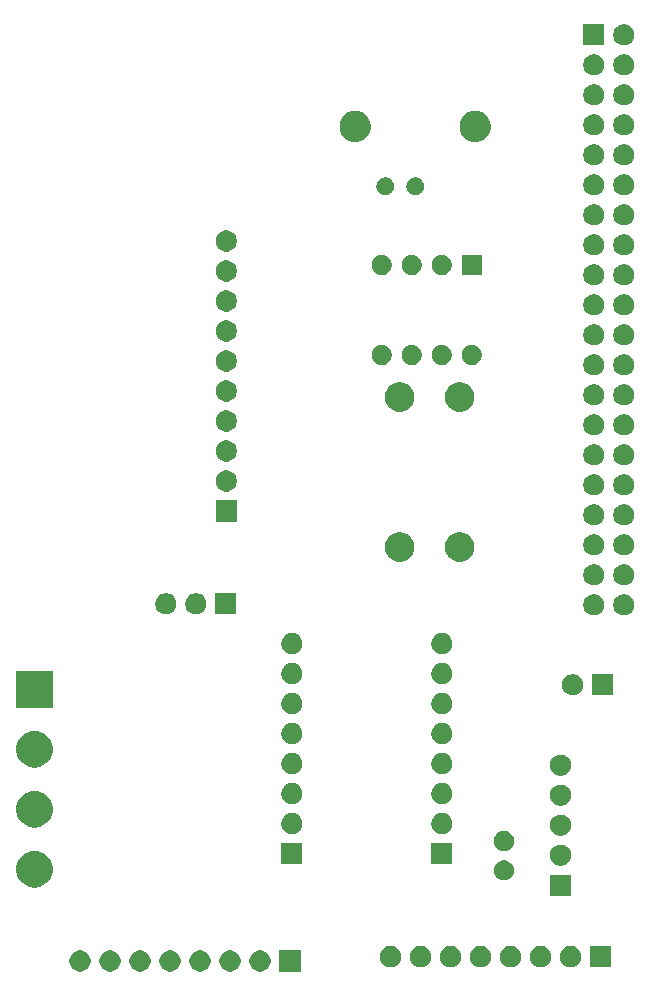
<source format=gbs>
G04 #@! TF.GenerationSoftware,KiCad,Pcbnew,(5.1.5)-3*
G04 #@! TF.CreationDate,2020-07-21T16:33:31-04:00*
G04 #@! TF.ProjectId,full_project,66756c6c-5f70-4726-9f6a-6563742e6b69,rev?*
G04 #@! TF.SameCoordinates,Original*
G04 #@! TF.FileFunction,Soldermask,Bot*
G04 #@! TF.FilePolarity,Negative*
%FSLAX46Y46*%
G04 Gerber Fmt 4.6, Leading zero omitted, Abs format (unit mm)*
G04 Created by KiCad (PCBNEW (5.1.5)-3) date 2020-07-21 16:33:31*
%MOMM*%
%LPD*%
G04 APERTURE LIST*
%ADD10C,0.100000*%
G04 APERTURE END LIST*
D10*
G36*
X131304512Y-126357927D02*
G01*
X131453812Y-126387624D01*
X131617784Y-126455544D01*
X131765354Y-126554147D01*
X131890853Y-126679646D01*
X131989456Y-126827216D01*
X132057376Y-126991188D01*
X132092000Y-127165259D01*
X132092000Y-127342741D01*
X132057376Y-127516812D01*
X131989456Y-127680784D01*
X131890853Y-127828354D01*
X131765354Y-127953853D01*
X131617784Y-128052456D01*
X131453812Y-128120376D01*
X131304512Y-128150073D01*
X131279742Y-128155000D01*
X131102258Y-128155000D01*
X131077488Y-128150073D01*
X130928188Y-128120376D01*
X130764216Y-128052456D01*
X130616646Y-127953853D01*
X130491147Y-127828354D01*
X130392544Y-127680784D01*
X130324624Y-127516812D01*
X130290000Y-127342741D01*
X130290000Y-127165259D01*
X130324624Y-126991188D01*
X130392544Y-126827216D01*
X130491147Y-126679646D01*
X130616646Y-126554147D01*
X130764216Y-126455544D01*
X130928188Y-126387624D01*
X131077488Y-126357927D01*
X131102258Y-126353000D01*
X131279742Y-126353000D01*
X131304512Y-126357927D01*
G37*
G36*
X149872000Y-128155000D02*
G01*
X148070000Y-128155000D01*
X148070000Y-126353000D01*
X149872000Y-126353000D01*
X149872000Y-128155000D01*
G37*
G36*
X146544512Y-126357927D02*
G01*
X146693812Y-126387624D01*
X146857784Y-126455544D01*
X147005354Y-126554147D01*
X147130853Y-126679646D01*
X147229456Y-126827216D01*
X147297376Y-126991188D01*
X147332000Y-127165259D01*
X147332000Y-127342741D01*
X147297376Y-127516812D01*
X147229456Y-127680784D01*
X147130853Y-127828354D01*
X147005354Y-127953853D01*
X146857784Y-128052456D01*
X146693812Y-128120376D01*
X146544512Y-128150073D01*
X146519742Y-128155000D01*
X146342258Y-128155000D01*
X146317488Y-128150073D01*
X146168188Y-128120376D01*
X146004216Y-128052456D01*
X145856646Y-127953853D01*
X145731147Y-127828354D01*
X145632544Y-127680784D01*
X145564624Y-127516812D01*
X145530000Y-127342741D01*
X145530000Y-127165259D01*
X145564624Y-126991188D01*
X145632544Y-126827216D01*
X145731147Y-126679646D01*
X145856646Y-126554147D01*
X146004216Y-126455544D01*
X146168188Y-126387624D01*
X146317488Y-126357927D01*
X146342258Y-126353000D01*
X146519742Y-126353000D01*
X146544512Y-126357927D01*
G37*
G36*
X144004512Y-126357927D02*
G01*
X144153812Y-126387624D01*
X144317784Y-126455544D01*
X144465354Y-126554147D01*
X144590853Y-126679646D01*
X144689456Y-126827216D01*
X144757376Y-126991188D01*
X144792000Y-127165259D01*
X144792000Y-127342741D01*
X144757376Y-127516812D01*
X144689456Y-127680784D01*
X144590853Y-127828354D01*
X144465354Y-127953853D01*
X144317784Y-128052456D01*
X144153812Y-128120376D01*
X144004512Y-128150073D01*
X143979742Y-128155000D01*
X143802258Y-128155000D01*
X143777488Y-128150073D01*
X143628188Y-128120376D01*
X143464216Y-128052456D01*
X143316646Y-127953853D01*
X143191147Y-127828354D01*
X143092544Y-127680784D01*
X143024624Y-127516812D01*
X142990000Y-127342741D01*
X142990000Y-127165259D01*
X143024624Y-126991188D01*
X143092544Y-126827216D01*
X143191147Y-126679646D01*
X143316646Y-126554147D01*
X143464216Y-126455544D01*
X143628188Y-126387624D01*
X143777488Y-126357927D01*
X143802258Y-126353000D01*
X143979742Y-126353000D01*
X144004512Y-126357927D01*
G37*
G36*
X141464512Y-126357927D02*
G01*
X141613812Y-126387624D01*
X141777784Y-126455544D01*
X141925354Y-126554147D01*
X142050853Y-126679646D01*
X142149456Y-126827216D01*
X142217376Y-126991188D01*
X142252000Y-127165259D01*
X142252000Y-127342741D01*
X142217376Y-127516812D01*
X142149456Y-127680784D01*
X142050853Y-127828354D01*
X141925354Y-127953853D01*
X141777784Y-128052456D01*
X141613812Y-128120376D01*
X141464512Y-128150073D01*
X141439742Y-128155000D01*
X141262258Y-128155000D01*
X141237488Y-128150073D01*
X141088188Y-128120376D01*
X140924216Y-128052456D01*
X140776646Y-127953853D01*
X140651147Y-127828354D01*
X140552544Y-127680784D01*
X140484624Y-127516812D01*
X140450000Y-127342741D01*
X140450000Y-127165259D01*
X140484624Y-126991188D01*
X140552544Y-126827216D01*
X140651147Y-126679646D01*
X140776646Y-126554147D01*
X140924216Y-126455544D01*
X141088188Y-126387624D01*
X141237488Y-126357927D01*
X141262258Y-126353000D01*
X141439742Y-126353000D01*
X141464512Y-126357927D01*
G37*
G36*
X136384512Y-126357927D02*
G01*
X136533812Y-126387624D01*
X136697784Y-126455544D01*
X136845354Y-126554147D01*
X136970853Y-126679646D01*
X137069456Y-126827216D01*
X137137376Y-126991188D01*
X137172000Y-127165259D01*
X137172000Y-127342741D01*
X137137376Y-127516812D01*
X137069456Y-127680784D01*
X136970853Y-127828354D01*
X136845354Y-127953853D01*
X136697784Y-128052456D01*
X136533812Y-128120376D01*
X136384512Y-128150073D01*
X136359742Y-128155000D01*
X136182258Y-128155000D01*
X136157488Y-128150073D01*
X136008188Y-128120376D01*
X135844216Y-128052456D01*
X135696646Y-127953853D01*
X135571147Y-127828354D01*
X135472544Y-127680784D01*
X135404624Y-127516812D01*
X135370000Y-127342741D01*
X135370000Y-127165259D01*
X135404624Y-126991188D01*
X135472544Y-126827216D01*
X135571147Y-126679646D01*
X135696646Y-126554147D01*
X135844216Y-126455544D01*
X136008188Y-126387624D01*
X136157488Y-126357927D01*
X136182258Y-126353000D01*
X136359742Y-126353000D01*
X136384512Y-126357927D01*
G37*
G36*
X138924512Y-126357927D02*
G01*
X139073812Y-126387624D01*
X139237784Y-126455544D01*
X139385354Y-126554147D01*
X139510853Y-126679646D01*
X139609456Y-126827216D01*
X139677376Y-126991188D01*
X139712000Y-127165259D01*
X139712000Y-127342741D01*
X139677376Y-127516812D01*
X139609456Y-127680784D01*
X139510853Y-127828354D01*
X139385354Y-127953853D01*
X139237784Y-128052456D01*
X139073812Y-128120376D01*
X138924512Y-128150073D01*
X138899742Y-128155000D01*
X138722258Y-128155000D01*
X138697488Y-128150073D01*
X138548188Y-128120376D01*
X138384216Y-128052456D01*
X138236646Y-127953853D01*
X138111147Y-127828354D01*
X138012544Y-127680784D01*
X137944624Y-127516812D01*
X137910000Y-127342741D01*
X137910000Y-127165259D01*
X137944624Y-126991188D01*
X138012544Y-126827216D01*
X138111147Y-126679646D01*
X138236646Y-126554147D01*
X138384216Y-126455544D01*
X138548188Y-126387624D01*
X138697488Y-126357927D01*
X138722258Y-126353000D01*
X138899742Y-126353000D01*
X138924512Y-126357927D01*
G37*
G36*
X133844512Y-126357927D02*
G01*
X133993812Y-126387624D01*
X134157784Y-126455544D01*
X134305354Y-126554147D01*
X134430853Y-126679646D01*
X134529456Y-126827216D01*
X134597376Y-126991188D01*
X134632000Y-127165259D01*
X134632000Y-127342741D01*
X134597376Y-127516812D01*
X134529456Y-127680784D01*
X134430853Y-127828354D01*
X134305354Y-127953853D01*
X134157784Y-128052456D01*
X133993812Y-128120376D01*
X133844512Y-128150073D01*
X133819742Y-128155000D01*
X133642258Y-128155000D01*
X133617488Y-128150073D01*
X133468188Y-128120376D01*
X133304216Y-128052456D01*
X133156646Y-127953853D01*
X133031147Y-127828354D01*
X132932544Y-127680784D01*
X132864624Y-127516812D01*
X132830000Y-127342741D01*
X132830000Y-127165259D01*
X132864624Y-126991188D01*
X132932544Y-126827216D01*
X133031147Y-126679646D01*
X133156646Y-126554147D01*
X133304216Y-126455544D01*
X133468188Y-126387624D01*
X133617488Y-126357927D01*
X133642258Y-126353000D01*
X133819742Y-126353000D01*
X133844512Y-126357927D01*
G37*
G36*
X157593512Y-125976927D02*
G01*
X157742812Y-126006624D01*
X157906784Y-126074544D01*
X158054354Y-126173147D01*
X158179853Y-126298646D01*
X158278456Y-126446216D01*
X158346376Y-126610188D01*
X158381000Y-126784259D01*
X158381000Y-126961741D01*
X158346376Y-127135812D01*
X158278456Y-127299784D01*
X158179853Y-127447354D01*
X158054354Y-127572853D01*
X157906784Y-127671456D01*
X157742812Y-127739376D01*
X157593512Y-127769073D01*
X157568742Y-127774000D01*
X157391258Y-127774000D01*
X157366488Y-127769073D01*
X157217188Y-127739376D01*
X157053216Y-127671456D01*
X156905646Y-127572853D01*
X156780147Y-127447354D01*
X156681544Y-127299784D01*
X156613624Y-127135812D01*
X156579000Y-126961741D01*
X156579000Y-126784259D01*
X156613624Y-126610188D01*
X156681544Y-126446216D01*
X156780147Y-126298646D01*
X156905646Y-126173147D01*
X157053216Y-126074544D01*
X157217188Y-126006624D01*
X157366488Y-125976927D01*
X157391258Y-125972000D01*
X157568742Y-125972000D01*
X157593512Y-125976927D01*
G37*
G36*
X170293512Y-125976927D02*
G01*
X170442812Y-126006624D01*
X170606784Y-126074544D01*
X170754354Y-126173147D01*
X170879853Y-126298646D01*
X170978456Y-126446216D01*
X171046376Y-126610188D01*
X171081000Y-126784259D01*
X171081000Y-126961741D01*
X171046376Y-127135812D01*
X170978456Y-127299784D01*
X170879853Y-127447354D01*
X170754354Y-127572853D01*
X170606784Y-127671456D01*
X170442812Y-127739376D01*
X170293512Y-127769073D01*
X170268742Y-127774000D01*
X170091258Y-127774000D01*
X170066488Y-127769073D01*
X169917188Y-127739376D01*
X169753216Y-127671456D01*
X169605646Y-127572853D01*
X169480147Y-127447354D01*
X169381544Y-127299784D01*
X169313624Y-127135812D01*
X169279000Y-126961741D01*
X169279000Y-126784259D01*
X169313624Y-126610188D01*
X169381544Y-126446216D01*
X169480147Y-126298646D01*
X169605646Y-126173147D01*
X169753216Y-126074544D01*
X169917188Y-126006624D01*
X170066488Y-125976927D01*
X170091258Y-125972000D01*
X170268742Y-125972000D01*
X170293512Y-125976927D01*
G37*
G36*
X176161000Y-127774000D02*
G01*
X174359000Y-127774000D01*
X174359000Y-125972000D01*
X176161000Y-125972000D01*
X176161000Y-127774000D01*
G37*
G36*
X172833512Y-125976927D02*
G01*
X172982812Y-126006624D01*
X173146784Y-126074544D01*
X173294354Y-126173147D01*
X173419853Y-126298646D01*
X173518456Y-126446216D01*
X173586376Y-126610188D01*
X173621000Y-126784259D01*
X173621000Y-126961741D01*
X173586376Y-127135812D01*
X173518456Y-127299784D01*
X173419853Y-127447354D01*
X173294354Y-127572853D01*
X173146784Y-127671456D01*
X172982812Y-127739376D01*
X172833512Y-127769073D01*
X172808742Y-127774000D01*
X172631258Y-127774000D01*
X172606488Y-127769073D01*
X172457188Y-127739376D01*
X172293216Y-127671456D01*
X172145646Y-127572853D01*
X172020147Y-127447354D01*
X171921544Y-127299784D01*
X171853624Y-127135812D01*
X171819000Y-126961741D01*
X171819000Y-126784259D01*
X171853624Y-126610188D01*
X171921544Y-126446216D01*
X172020147Y-126298646D01*
X172145646Y-126173147D01*
X172293216Y-126074544D01*
X172457188Y-126006624D01*
X172606488Y-125976927D01*
X172631258Y-125972000D01*
X172808742Y-125972000D01*
X172833512Y-125976927D01*
G37*
G36*
X167753512Y-125976927D02*
G01*
X167902812Y-126006624D01*
X168066784Y-126074544D01*
X168214354Y-126173147D01*
X168339853Y-126298646D01*
X168438456Y-126446216D01*
X168506376Y-126610188D01*
X168541000Y-126784259D01*
X168541000Y-126961741D01*
X168506376Y-127135812D01*
X168438456Y-127299784D01*
X168339853Y-127447354D01*
X168214354Y-127572853D01*
X168066784Y-127671456D01*
X167902812Y-127739376D01*
X167753512Y-127769073D01*
X167728742Y-127774000D01*
X167551258Y-127774000D01*
X167526488Y-127769073D01*
X167377188Y-127739376D01*
X167213216Y-127671456D01*
X167065646Y-127572853D01*
X166940147Y-127447354D01*
X166841544Y-127299784D01*
X166773624Y-127135812D01*
X166739000Y-126961741D01*
X166739000Y-126784259D01*
X166773624Y-126610188D01*
X166841544Y-126446216D01*
X166940147Y-126298646D01*
X167065646Y-126173147D01*
X167213216Y-126074544D01*
X167377188Y-126006624D01*
X167526488Y-125976927D01*
X167551258Y-125972000D01*
X167728742Y-125972000D01*
X167753512Y-125976927D01*
G37*
G36*
X165213512Y-125976927D02*
G01*
X165362812Y-126006624D01*
X165526784Y-126074544D01*
X165674354Y-126173147D01*
X165799853Y-126298646D01*
X165898456Y-126446216D01*
X165966376Y-126610188D01*
X166001000Y-126784259D01*
X166001000Y-126961741D01*
X165966376Y-127135812D01*
X165898456Y-127299784D01*
X165799853Y-127447354D01*
X165674354Y-127572853D01*
X165526784Y-127671456D01*
X165362812Y-127739376D01*
X165213512Y-127769073D01*
X165188742Y-127774000D01*
X165011258Y-127774000D01*
X164986488Y-127769073D01*
X164837188Y-127739376D01*
X164673216Y-127671456D01*
X164525646Y-127572853D01*
X164400147Y-127447354D01*
X164301544Y-127299784D01*
X164233624Y-127135812D01*
X164199000Y-126961741D01*
X164199000Y-126784259D01*
X164233624Y-126610188D01*
X164301544Y-126446216D01*
X164400147Y-126298646D01*
X164525646Y-126173147D01*
X164673216Y-126074544D01*
X164837188Y-126006624D01*
X164986488Y-125976927D01*
X165011258Y-125972000D01*
X165188742Y-125972000D01*
X165213512Y-125976927D01*
G37*
G36*
X162673512Y-125976927D02*
G01*
X162822812Y-126006624D01*
X162986784Y-126074544D01*
X163134354Y-126173147D01*
X163259853Y-126298646D01*
X163358456Y-126446216D01*
X163426376Y-126610188D01*
X163461000Y-126784259D01*
X163461000Y-126961741D01*
X163426376Y-127135812D01*
X163358456Y-127299784D01*
X163259853Y-127447354D01*
X163134354Y-127572853D01*
X162986784Y-127671456D01*
X162822812Y-127739376D01*
X162673512Y-127769073D01*
X162648742Y-127774000D01*
X162471258Y-127774000D01*
X162446488Y-127769073D01*
X162297188Y-127739376D01*
X162133216Y-127671456D01*
X161985646Y-127572853D01*
X161860147Y-127447354D01*
X161761544Y-127299784D01*
X161693624Y-127135812D01*
X161659000Y-126961741D01*
X161659000Y-126784259D01*
X161693624Y-126610188D01*
X161761544Y-126446216D01*
X161860147Y-126298646D01*
X161985646Y-126173147D01*
X162133216Y-126074544D01*
X162297188Y-126006624D01*
X162446488Y-125976927D01*
X162471258Y-125972000D01*
X162648742Y-125972000D01*
X162673512Y-125976927D01*
G37*
G36*
X160133512Y-125976927D02*
G01*
X160282812Y-126006624D01*
X160446784Y-126074544D01*
X160594354Y-126173147D01*
X160719853Y-126298646D01*
X160818456Y-126446216D01*
X160886376Y-126610188D01*
X160921000Y-126784259D01*
X160921000Y-126961741D01*
X160886376Y-127135812D01*
X160818456Y-127299784D01*
X160719853Y-127447354D01*
X160594354Y-127572853D01*
X160446784Y-127671456D01*
X160282812Y-127739376D01*
X160133512Y-127769073D01*
X160108742Y-127774000D01*
X159931258Y-127774000D01*
X159906488Y-127769073D01*
X159757188Y-127739376D01*
X159593216Y-127671456D01*
X159445646Y-127572853D01*
X159320147Y-127447354D01*
X159221544Y-127299784D01*
X159153624Y-127135812D01*
X159119000Y-126961741D01*
X159119000Y-126784259D01*
X159153624Y-126610188D01*
X159221544Y-126446216D01*
X159320147Y-126298646D01*
X159445646Y-126173147D01*
X159593216Y-126074544D01*
X159757188Y-126006624D01*
X159906488Y-125976927D01*
X159931258Y-125972000D01*
X160108742Y-125972000D01*
X160133512Y-125976927D01*
G37*
G36*
X172782800Y-121728800D02*
G01*
X170980800Y-121728800D01*
X170980800Y-119926800D01*
X172782800Y-119926800D01*
X172782800Y-121728800D01*
G37*
G36*
X127632785Y-117960402D02*
G01*
X127782610Y-117990204D01*
X128064874Y-118107121D01*
X128318905Y-118276859D01*
X128534941Y-118492895D01*
X128704679Y-118746926D01*
X128821596Y-119029190D01*
X128881200Y-119328840D01*
X128881200Y-119634360D01*
X128821596Y-119934010D01*
X128704679Y-120216274D01*
X128534941Y-120470305D01*
X128318905Y-120686341D01*
X128064874Y-120856079D01*
X127782610Y-120972996D01*
X127632785Y-121002798D01*
X127482961Y-121032600D01*
X127177439Y-121032600D01*
X127027615Y-121002798D01*
X126877790Y-120972996D01*
X126595526Y-120856079D01*
X126341495Y-120686341D01*
X126125459Y-120470305D01*
X125955721Y-120216274D01*
X125838804Y-119934010D01*
X125779200Y-119634360D01*
X125779200Y-119328840D01*
X125838804Y-119029190D01*
X125955721Y-118746926D01*
X126125459Y-118492895D01*
X126341495Y-118276859D01*
X126595526Y-118107121D01*
X126877790Y-117990204D01*
X127027615Y-117960402D01*
X127177439Y-117930600D01*
X127482961Y-117930600D01*
X127632785Y-117960402D01*
G37*
G36*
X167329428Y-118764903D02*
G01*
X167484300Y-118829053D01*
X167623681Y-118922185D01*
X167742215Y-119040719D01*
X167835347Y-119180100D01*
X167899497Y-119334972D01*
X167932200Y-119499384D01*
X167932200Y-119667016D01*
X167899497Y-119831428D01*
X167835347Y-119986300D01*
X167742215Y-120125681D01*
X167623681Y-120244215D01*
X167484300Y-120337347D01*
X167329428Y-120401497D01*
X167165016Y-120434200D01*
X166997384Y-120434200D01*
X166832972Y-120401497D01*
X166678100Y-120337347D01*
X166538719Y-120244215D01*
X166420185Y-120125681D01*
X166327053Y-119986300D01*
X166262903Y-119831428D01*
X166230200Y-119667016D01*
X166230200Y-119499384D01*
X166262903Y-119334972D01*
X166327053Y-119180100D01*
X166420185Y-119040719D01*
X166538719Y-118922185D01*
X166678100Y-118829053D01*
X166832972Y-118764903D01*
X166997384Y-118732200D01*
X167165016Y-118732200D01*
X167329428Y-118764903D01*
G37*
G36*
X171995312Y-117391727D02*
G01*
X172144612Y-117421424D01*
X172308584Y-117489344D01*
X172456154Y-117587947D01*
X172581653Y-117713446D01*
X172680256Y-117861016D01*
X172748176Y-118024988D01*
X172782800Y-118199059D01*
X172782800Y-118376541D01*
X172748176Y-118550612D01*
X172680256Y-118714584D01*
X172581653Y-118862154D01*
X172456154Y-118987653D01*
X172308584Y-119086256D01*
X172144612Y-119154176D01*
X171995312Y-119183873D01*
X171970542Y-119188800D01*
X171793058Y-119188800D01*
X171768288Y-119183873D01*
X171618988Y-119154176D01*
X171455016Y-119086256D01*
X171307446Y-118987653D01*
X171181947Y-118862154D01*
X171083344Y-118714584D01*
X171015424Y-118550612D01*
X170980800Y-118376541D01*
X170980800Y-118199059D01*
X171015424Y-118024988D01*
X171083344Y-117861016D01*
X171181947Y-117713446D01*
X171307446Y-117587947D01*
X171455016Y-117489344D01*
X171618988Y-117421424D01*
X171768288Y-117391727D01*
X171793058Y-117386800D01*
X171970542Y-117386800D01*
X171995312Y-117391727D01*
G37*
G36*
X162724400Y-119061800D02*
G01*
X160922400Y-119061800D01*
X160922400Y-117259800D01*
X162724400Y-117259800D01*
X162724400Y-119061800D01*
G37*
G36*
X150024400Y-119061800D02*
G01*
X148222400Y-119061800D01*
X148222400Y-117259800D01*
X150024400Y-117259800D01*
X150024400Y-119061800D01*
G37*
G36*
X167329428Y-116264903D02*
G01*
X167484300Y-116329053D01*
X167623681Y-116422185D01*
X167742215Y-116540719D01*
X167835347Y-116680100D01*
X167899497Y-116834972D01*
X167932200Y-116999384D01*
X167932200Y-117167016D01*
X167899497Y-117331428D01*
X167835347Y-117486300D01*
X167742215Y-117625681D01*
X167623681Y-117744215D01*
X167484300Y-117837347D01*
X167329428Y-117901497D01*
X167165016Y-117934200D01*
X166997384Y-117934200D01*
X166832972Y-117901497D01*
X166678100Y-117837347D01*
X166538719Y-117744215D01*
X166420185Y-117625681D01*
X166327053Y-117486300D01*
X166262903Y-117331428D01*
X166230200Y-117167016D01*
X166230200Y-116999384D01*
X166262903Y-116834972D01*
X166327053Y-116680100D01*
X166420185Y-116540719D01*
X166538719Y-116422185D01*
X166678100Y-116329053D01*
X166832972Y-116264903D01*
X166997384Y-116232200D01*
X167165016Y-116232200D01*
X167329428Y-116264903D01*
G37*
G36*
X171995312Y-114851727D02*
G01*
X172144612Y-114881424D01*
X172308584Y-114949344D01*
X172456154Y-115047947D01*
X172581653Y-115173446D01*
X172680256Y-115321016D01*
X172748176Y-115484988D01*
X172782800Y-115659059D01*
X172782800Y-115836541D01*
X172748176Y-116010612D01*
X172680256Y-116174584D01*
X172581653Y-116322154D01*
X172456154Y-116447653D01*
X172308584Y-116546256D01*
X172144612Y-116614176D01*
X171995312Y-116643873D01*
X171970542Y-116648800D01*
X171793058Y-116648800D01*
X171768288Y-116643873D01*
X171618988Y-116614176D01*
X171455016Y-116546256D01*
X171307446Y-116447653D01*
X171181947Y-116322154D01*
X171083344Y-116174584D01*
X171015424Y-116010612D01*
X170980800Y-115836541D01*
X170980800Y-115659059D01*
X171015424Y-115484988D01*
X171083344Y-115321016D01*
X171181947Y-115173446D01*
X171307446Y-115047947D01*
X171455016Y-114949344D01*
X171618988Y-114881424D01*
X171768288Y-114851727D01*
X171793058Y-114846800D01*
X171970542Y-114846800D01*
X171995312Y-114851727D01*
G37*
G36*
X161936912Y-114724727D02*
G01*
X162086212Y-114754424D01*
X162250184Y-114822344D01*
X162397754Y-114920947D01*
X162523253Y-115046446D01*
X162621856Y-115194016D01*
X162689776Y-115357988D01*
X162724400Y-115532059D01*
X162724400Y-115709541D01*
X162689776Y-115883612D01*
X162621856Y-116047584D01*
X162523253Y-116195154D01*
X162397754Y-116320653D01*
X162250184Y-116419256D01*
X162086212Y-116487176D01*
X161936912Y-116516873D01*
X161912142Y-116521800D01*
X161734658Y-116521800D01*
X161709888Y-116516873D01*
X161560588Y-116487176D01*
X161396616Y-116419256D01*
X161249046Y-116320653D01*
X161123547Y-116195154D01*
X161024944Y-116047584D01*
X160957024Y-115883612D01*
X160922400Y-115709541D01*
X160922400Y-115532059D01*
X160957024Y-115357988D01*
X161024944Y-115194016D01*
X161123547Y-115046446D01*
X161249046Y-114920947D01*
X161396616Y-114822344D01*
X161560588Y-114754424D01*
X161709888Y-114724727D01*
X161734658Y-114719800D01*
X161912142Y-114719800D01*
X161936912Y-114724727D01*
G37*
G36*
X149236912Y-114724727D02*
G01*
X149386212Y-114754424D01*
X149550184Y-114822344D01*
X149697754Y-114920947D01*
X149823253Y-115046446D01*
X149921856Y-115194016D01*
X149989776Y-115357988D01*
X150024400Y-115532059D01*
X150024400Y-115709541D01*
X149989776Y-115883612D01*
X149921856Y-116047584D01*
X149823253Y-116195154D01*
X149697754Y-116320653D01*
X149550184Y-116419256D01*
X149386212Y-116487176D01*
X149236912Y-116516873D01*
X149212142Y-116521800D01*
X149034658Y-116521800D01*
X149009888Y-116516873D01*
X148860588Y-116487176D01*
X148696616Y-116419256D01*
X148549046Y-116320653D01*
X148423547Y-116195154D01*
X148324944Y-116047584D01*
X148257024Y-115883612D01*
X148222400Y-115709541D01*
X148222400Y-115532059D01*
X148257024Y-115357988D01*
X148324944Y-115194016D01*
X148423547Y-115046446D01*
X148549046Y-114920947D01*
X148696616Y-114822344D01*
X148860588Y-114754424D01*
X149009888Y-114724727D01*
X149034658Y-114719800D01*
X149212142Y-114719800D01*
X149236912Y-114724727D01*
G37*
G36*
X127632785Y-112880402D02*
G01*
X127782610Y-112910204D01*
X128064874Y-113027121D01*
X128318905Y-113196859D01*
X128534941Y-113412895D01*
X128704679Y-113666926D01*
X128821596Y-113949190D01*
X128881200Y-114248840D01*
X128881200Y-114554360D01*
X128821596Y-114854010D01*
X128704679Y-115136274D01*
X128534941Y-115390305D01*
X128318905Y-115606341D01*
X128064874Y-115776079D01*
X127782610Y-115892996D01*
X127632785Y-115922798D01*
X127482961Y-115952600D01*
X127177439Y-115952600D01*
X127027615Y-115922798D01*
X126877790Y-115892996D01*
X126595526Y-115776079D01*
X126341495Y-115606341D01*
X126125459Y-115390305D01*
X125955721Y-115136274D01*
X125838804Y-114854010D01*
X125779200Y-114554360D01*
X125779200Y-114248840D01*
X125838804Y-113949190D01*
X125955721Y-113666926D01*
X126125459Y-113412895D01*
X126341495Y-113196859D01*
X126595526Y-113027121D01*
X126877790Y-112910204D01*
X127027615Y-112880402D01*
X127177439Y-112850600D01*
X127482961Y-112850600D01*
X127632785Y-112880402D01*
G37*
G36*
X171995312Y-112311727D02*
G01*
X172144612Y-112341424D01*
X172308584Y-112409344D01*
X172456154Y-112507947D01*
X172581653Y-112633446D01*
X172680256Y-112781016D01*
X172748176Y-112944988D01*
X172782800Y-113119059D01*
X172782800Y-113296541D01*
X172748176Y-113470612D01*
X172680256Y-113634584D01*
X172581653Y-113782154D01*
X172456154Y-113907653D01*
X172308584Y-114006256D01*
X172144612Y-114074176D01*
X171995312Y-114103873D01*
X171970542Y-114108800D01*
X171793058Y-114108800D01*
X171768288Y-114103873D01*
X171618988Y-114074176D01*
X171455016Y-114006256D01*
X171307446Y-113907653D01*
X171181947Y-113782154D01*
X171083344Y-113634584D01*
X171015424Y-113470612D01*
X170980800Y-113296541D01*
X170980800Y-113119059D01*
X171015424Y-112944988D01*
X171083344Y-112781016D01*
X171181947Y-112633446D01*
X171307446Y-112507947D01*
X171455016Y-112409344D01*
X171618988Y-112341424D01*
X171768288Y-112311727D01*
X171793058Y-112306800D01*
X171970542Y-112306800D01*
X171995312Y-112311727D01*
G37*
G36*
X161936912Y-112184727D02*
G01*
X162086212Y-112214424D01*
X162250184Y-112282344D01*
X162397754Y-112380947D01*
X162523253Y-112506446D01*
X162621856Y-112654016D01*
X162689776Y-112817988D01*
X162724400Y-112992059D01*
X162724400Y-113169541D01*
X162689776Y-113343612D01*
X162621856Y-113507584D01*
X162523253Y-113655154D01*
X162397754Y-113780653D01*
X162250184Y-113879256D01*
X162086212Y-113947176D01*
X161936912Y-113976873D01*
X161912142Y-113981800D01*
X161734658Y-113981800D01*
X161709888Y-113976873D01*
X161560588Y-113947176D01*
X161396616Y-113879256D01*
X161249046Y-113780653D01*
X161123547Y-113655154D01*
X161024944Y-113507584D01*
X160957024Y-113343612D01*
X160922400Y-113169541D01*
X160922400Y-112992059D01*
X160957024Y-112817988D01*
X161024944Y-112654016D01*
X161123547Y-112506446D01*
X161249046Y-112380947D01*
X161396616Y-112282344D01*
X161560588Y-112214424D01*
X161709888Y-112184727D01*
X161734658Y-112179800D01*
X161912142Y-112179800D01*
X161936912Y-112184727D01*
G37*
G36*
X149236912Y-112184727D02*
G01*
X149386212Y-112214424D01*
X149550184Y-112282344D01*
X149697754Y-112380947D01*
X149823253Y-112506446D01*
X149921856Y-112654016D01*
X149989776Y-112817988D01*
X150024400Y-112992059D01*
X150024400Y-113169541D01*
X149989776Y-113343612D01*
X149921856Y-113507584D01*
X149823253Y-113655154D01*
X149697754Y-113780653D01*
X149550184Y-113879256D01*
X149386212Y-113947176D01*
X149236912Y-113976873D01*
X149212142Y-113981800D01*
X149034658Y-113981800D01*
X149009888Y-113976873D01*
X148860588Y-113947176D01*
X148696616Y-113879256D01*
X148549046Y-113780653D01*
X148423547Y-113655154D01*
X148324944Y-113507584D01*
X148257024Y-113343612D01*
X148222400Y-113169541D01*
X148222400Y-112992059D01*
X148257024Y-112817988D01*
X148324944Y-112654016D01*
X148423547Y-112506446D01*
X148549046Y-112380947D01*
X148696616Y-112282344D01*
X148860588Y-112214424D01*
X149009888Y-112184727D01*
X149034658Y-112179800D01*
X149212142Y-112179800D01*
X149236912Y-112184727D01*
G37*
G36*
X171995312Y-109771727D02*
G01*
X172144612Y-109801424D01*
X172308584Y-109869344D01*
X172456154Y-109967947D01*
X172581653Y-110093446D01*
X172680256Y-110241016D01*
X172748176Y-110404988D01*
X172782800Y-110579059D01*
X172782800Y-110756541D01*
X172748176Y-110930612D01*
X172680256Y-111094584D01*
X172581653Y-111242154D01*
X172456154Y-111367653D01*
X172308584Y-111466256D01*
X172144612Y-111534176D01*
X171995312Y-111563873D01*
X171970542Y-111568800D01*
X171793058Y-111568800D01*
X171768288Y-111563873D01*
X171618988Y-111534176D01*
X171455016Y-111466256D01*
X171307446Y-111367653D01*
X171181947Y-111242154D01*
X171083344Y-111094584D01*
X171015424Y-110930612D01*
X170980800Y-110756541D01*
X170980800Y-110579059D01*
X171015424Y-110404988D01*
X171083344Y-110241016D01*
X171181947Y-110093446D01*
X171307446Y-109967947D01*
X171455016Y-109869344D01*
X171618988Y-109801424D01*
X171768288Y-109771727D01*
X171793058Y-109766800D01*
X171970542Y-109766800D01*
X171995312Y-109771727D01*
G37*
G36*
X161936912Y-109644727D02*
G01*
X162086212Y-109674424D01*
X162250184Y-109742344D01*
X162397754Y-109840947D01*
X162523253Y-109966446D01*
X162621856Y-110114016D01*
X162689776Y-110277988D01*
X162724400Y-110452059D01*
X162724400Y-110629541D01*
X162689776Y-110803612D01*
X162621856Y-110967584D01*
X162523253Y-111115154D01*
X162397754Y-111240653D01*
X162250184Y-111339256D01*
X162086212Y-111407176D01*
X161936912Y-111436873D01*
X161912142Y-111441800D01*
X161734658Y-111441800D01*
X161709888Y-111436873D01*
X161560588Y-111407176D01*
X161396616Y-111339256D01*
X161249046Y-111240653D01*
X161123547Y-111115154D01*
X161024944Y-110967584D01*
X160957024Y-110803612D01*
X160922400Y-110629541D01*
X160922400Y-110452059D01*
X160957024Y-110277988D01*
X161024944Y-110114016D01*
X161123547Y-109966446D01*
X161249046Y-109840947D01*
X161396616Y-109742344D01*
X161560588Y-109674424D01*
X161709888Y-109644727D01*
X161734658Y-109639800D01*
X161912142Y-109639800D01*
X161936912Y-109644727D01*
G37*
G36*
X149236912Y-109644727D02*
G01*
X149386212Y-109674424D01*
X149550184Y-109742344D01*
X149697754Y-109840947D01*
X149823253Y-109966446D01*
X149921856Y-110114016D01*
X149989776Y-110277988D01*
X150024400Y-110452059D01*
X150024400Y-110629541D01*
X149989776Y-110803612D01*
X149921856Y-110967584D01*
X149823253Y-111115154D01*
X149697754Y-111240653D01*
X149550184Y-111339256D01*
X149386212Y-111407176D01*
X149236912Y-111436873D01*
X149212142Y-111441800D01*
X149034658Y-111441800D01*
X149009888Y-111436873D01*
X148860588Y-111407176D01*
X148696616Y-111339256D01*
X148549046Y-111240653D01*
X148423547Y-111115154D01*
X148324944Y-110967584D01*
X148257024Y-110803612D01*
X148222400Y-110629541D01*
X148222400Y-110452059D01*
X148257024Y-110277988D01*
X148324944Y-110114016D01*
X148423547Y-109966446D01*
X148549046Y-109840947D01*
X148696616Y-109742344D01*
X148860588Y-109674424D01*
X149009888Y-109644727D01*
X149034658Y-109639800D01*
X149212142Y-109639800D01*
X149236912Y-109644727D01*
G37*
G36*
X127632785Y-107800402D02*
G01*
X127782610Y-107830204D01*
X128064874Y-107947121D01*
X128318905Y-108116859D01*
X128534941Y-108332895D01*
X128704679Y-108586926D01*
X128821596Y-108869190D01*
X128881200Y-109168840D01*
X128881200Y-109474360D01*
X128821596Y-109774010D01*
X128704679Y-110056274D01*
X128534941Y-110310305D01*
X128318905Y-110526341D01*
X128064874Y-110696079D01*
X127782610Y-110812996D01*
X127632785Y-110842798D01*
X127482961Y-110872600D01*
X127177439Y-110872600D01*
X127027615Y-110842798D01*
X126877790Y-110812996D01*
X126595526Y-110696079D01*
X126341495Y-110526341D01*
X126125459Y-110310305D01*
X125955721Y-110056274D01*
X125838804Y-109774010D01*
X125779200Y-109474360D01*
X125779200Y-109168840D01*
X125838804Y-108869190D01*
X125955721Y-108586926D01*
X126125459Y-108332895D01*
X126341495Y-108116859D01*
X126595526Y-107947121D01*
X126877790Y-107830204D01*
X127027615Y-107800402D01*
X127177439Y-107770600D01*
X127482961Y-107770600D01*
X127632785Y-107800402D01*
G37*
G36*
X149236912Y-107104727D02*
G01*
X149386212Y-107134424D01*
X149550184Y-107202344D01*
X149697754Y-107300947D01*
X149823253Y-107426446D01*
X149921856Y-107574016D01*
X149989776Y-107737988D01*
X150024400Y-107912059D01*
X150024400Y-108089541D01*
X149989776Y-108263612D01*
X149921856Y-108427584D01*
X149823253Y-108575154D01*
X149697754Y-108700653D01*
X149550184Y-108799256D01*
X149386212Y-108867176D01*
X149236912Y-108896873D01*
X149212142Y-108901800D01*
X149034658Y-108901800D01*
X149009888Y-108896873D01*
X148860588Y-108867176D01*
X148696616Y-108799256D01*
X148549046Y-108700653D01*
X148423547Y-108575154D01*
X148324944Y-108427584D01*
X148257024Y-108263612D01*
X148222400Y-108089541D01*
X148222400Y-107912059D01*
X148257024Y-107737988D01*
X148324944Y-107574016D01*
X148423547Y-107426446D01*
X148549046Y-107300947D01*
X148696616Y-107202344D01*
X148860588Y-107134424D01*
X149009888Y-107104727D01*
X149034658Y-107099800D01*
X149212142Y-107099800D01*
X149236912Y-107104727D01*
G37*
G36*
X161936912Y-107104727D02*
G01*
X162086212Y-107134424D01*
X162250184Y-107202344D01*
X162397754Y-107300947D01*
X162523253Y-107426446D01*
X162621856Y-107574016D01*
X162689776Y-107737988D01*
X162724400Y-107912059D01*
X162724400Y-108089541D01*
X162689776Y-108263612D01*
X162621856Y-108427584D01*
X162523253Y-108575154D01*
X162397754Y-108700653D01*
X162250184Y-108799256D01*
X162086212Y-108867176D01*
X161936912Y-108896873D01*
X161912142Y-108901800D01*
X161734658Y-108901800D01*
X161709888Y-108896873D01*
X161560588Y-108867176D01*
X161396616Y-108799256D01*
X161249046Y-108700653D01*
X161123547Y-108575154D01*
X161024944Y-108427584D01*
X160957024Y-108263612D01*
X160922400Y-108089541D01*
X160922400Y-107912059D01*
X160957024Y-107737988D01*
X161024944Y-107574016D01*
X161123547Y-107426446D01*
X161249046Y-107300947D01*
X161396616Y-107202344D01*
X161560588Y-107134424D01*
X161709888Y-107104727D01*
X161734658Y-107099800D01*
X161912142Y-107099800D01*
X161936912Y-107104727D01*
G37*
G36*
X161936912Y-104564727D02*
G01*
X162086212Y-104594424D01*
X162250184Y-104662344D01*
X162397754Y-104760947D01*
X162523253Y-104886446D01*
X162621856Y-105034016D01*
X162689776Y-105197988D01*
X162724400Y-105372059D01*
X162724400Y-105549541D01*
X162689776Y-105723612D01*
X162621856Y-105887584D01*
X162523253Y-106035154D01*
X162397754Y-106160653D01*
X162250184Y-106259256D01*
X162086212Y-106327176D01*
X161936912Y-106356873D01*
X161912142Y-106361800D01*
X161734658Y-106361800D01*
X161709888Y-106356873D01*
X161560588Y-106327176D01*
X161396616Y-106259256D01*
X161249046Y-106160653D01*
X161123547Y-106035154D01*
X161024944Y-105887584D01*
X160957024Y-105723612D01*
X160922400Y-105549541D01*
X160922400Y-105372059D01*
X160957024Y-105197988D01*
X161024944Y-105034016D01*
X161123547Y-104886446D01*
X161249046Y-104760947D01*
X161396616Y-104662344D01*
X161560588Y-104594424D01*
X161709888Y-104564727D01*
X161734658Y-104559800D01*
X161912142Y-104559800D01*
X161936912Y-104564727D01*
G37*
G36*
X149236912Y-104564727D02*
G01*
X149386212Y-104594424D01*
X149550184Y-104662344D01*
X149697754Y-104760947D01*
X149823253Y-104886446D01*
X149921856Y-105034016D01*
X149989776Y-105197988D01*
X150024400Y-105372059D01*
X150024400Y-105549541D01*
X149989776Y-105723612D01*
X149921856Y-105887584D01*
X149823253Y-106035154D01*
X149697754Y-106160653D01*
X149550184Y-106259256D01*
X149386212Y-106327176D01*
X149236912Y-106356873D01*
X149212142Y-106361800D01*
X149034658Y-106361800D01*
X149009888Y-106356873D01*
X148860588Y-106327176D01*
X148696616Y-106259256D01*
X148549046Y-106160653D01*
X148423547Y-106035154D01*
X148324944Y-105887584D01*
X148257024Y-105723612D01*
X148222400Y-105549541D01*
X148222400Y-105372059D01*
X148257024Y-105197988D01*
X148324944Y-105034016D01*
X148423547Y-104886446D01*
X148549046Y-104760947D01*
X148696616Y-104662344D01*
X148860588Y-104594424D01*
X149009888Y-104564727D01*
X149034658Y-104559800D01*
X149212142Y-104559800D01*
X149236912Y-104564727D01*
G37*
G36*
X128881200Y-105792600D02*
G01*
X125779200Y-105792600D01*
X125779200Y-102690600D01*
X128881200Y-102690600D01*
X128881200Y-105792600D01*
G37*
G36*
X176338800Y-104761600D02*
G01*
X174536800Y-104761600D01*
X174536800Y-102959600D01*
X176338800Y-102959600D01*
X176338800Y-104761600D01*
G37*
G36*
X173011312Y-102964527D02*
G01*
X173160612Y-102994224D01*
X173324584Y-103062144D01*
X173472154Y-103160747D01*
X173597653Y-103286246D01*
X173696256Y-103433816D01*
X173764176Y-103597788D01*
X173798800Y-103771859D01*
X173798800Y-103949341D01*
X173764176Y-104123412D01*
X173696256Y-104287384D01*
X173597653Y-104434954D01*
X173472154Y-104560453D01*
X173324584Y-104659056D01*
X173160612Y-104726976D01*
X173011312Y-104756673D01*
X172986542Y-104761600D01*
X172809058Y-104761600D01*
X172784288Y-104756673D01*
X172634988Y-104726976D01*
X172471016Y-104659056D01*
X172323446Y-104560453D01*
X172197947Y-104434954D01*
X172099344Y-104287384D01*
X172031424Y-104123412D01*
X171996800Y-103949341D01*
X171996800Y-103771859D01*
X172031424Y-103597788D01*
X172099344Y-103433816D01*
X172197947Y-103286246D01*
X172323446Y-103160747D01*
X172471016Y-103062144D01*
X172634988Y-102994224D01*
X172784288Y-102964527D01*
X172809058Y-102959600D01*
X172986542Y-102959600D01*
X173011312Y-102964527D01*
G37*
G36*
X149236912Y-102024727D02*
G01*
X149386212Y-102054424D01*
X149550184Y-102122344D01*
X149697754Y-102220947D01*
X149823253Y-102346446D01*
X149921856Y-102494016D01*
X149989776Y-102657988D01*
X150024400Y-102832059D01*
X150024400Y-103009541D01*
X149989776Y-103183612D01*
X149921856Y-103347584D01*
X149823253Y-103495154D01*
X149697754Y-103620653D01*
X149550184Y-103719256D01*
X149386212Y-103787176D01*
X149236912Y-103816873D01*
X149212142Y-103821800D01*
X149034658Y-103821800D01*
X149009888Y-103816873D01*
X148860588Y-103787176D01*
X148696616Y-103719256D01*
X148549046Y-103620653D01*
X148423547Y-103495154D01*
X148324944Y-103347584D01*
X148257024Y-103183612D01*
X148222400Y-103009541D01*
X148222400Y-102832059D01*
X148257024Y-102657988D01*
X148324944Y-102494016D01*
X148423547Y-102346446D01*
X148549046Y-102220947D01*
X148696616Y-102122344D01*
X148860588Y-102054424D01*
X149009888Y-102024727D01*
X149034658Y-102019800D01*
X149212142Y-102019800D01*
X149236912Y-102024727D01*
G37*
G36*
X161936912Y-102024727D02*
G01*
X162086212Y-102054424D01*
X162250184Y-102122344D01*
X162397754Y-102220947D01*
X162523253Y-102346446D01*
X162621856Y-102494016D01*
X162689776Y-102657988D01*
X162724400Y-102832059D01*
X162724400Y-103009541D01*
X162689776Y-103183612D01*
X162621856Y-103347584D01*
X162523253Y-103495154D01*
X162397754Y-103620653D01*
X162250184Y-103719256D01*
X162086212Y-103787176D01*
X161936912Y-103816873D01*
X161912142Y-103821800D01*
X161734658Y-103821800D01*
X161709888Y-103816873D01*
X161560588Y-103787176D01*
X161396616Y-103719256D01*
X161249046Y-103620653D01*
X161123547Y-103495154D01*
X161024944Y-103347584D01*
X160957024Y-103183612D01*
X160922400Y-103009541D01*
X160922400Y-102832059D01*
X160957024Y-102657988D01*
X161024944Y-102494016D01*
X161123547Y-102346446D01*
X161249046Y-102220947D01*
X161396616Y-102122344D01*
X161560588Y-102054424D01*
X161709888Y-102024727D01*
X161734658Y-102019800D01*
X161912142Y-102019800D01*
X161936912Y-102024727D01*
G37*
G36*
X149236912Y-99484727D02*
G01*
X149386212Y-99514424D01*
X149550184Y-99582344D01*
X149697754Y-99680947D01*
X149823253Y-99806446D01*
X149921856Y-99954016D01*
X149989776Y-100117988D01*
X150024400Y-100292059D01*
X150024400Y-100469541D01*
X149989776Y-100643612D01*
X149921856Y-100807584D01*
X149823253Y-100955154D01*
X149697754Y-101080653D01*
X149550184Y-101179256D01*
X149386212Y-101247176D01*
X149236912Y-101276873D01*
X149212142Y-101281800D01*
X149034658Y-101281800D01*
X149009888Y-101276873D01*
X148860588Y-101247176D01*
X148696616Y-101179256D01*
X148549046Y-101080653D01*
X148423547Y-100955154D01*
X148324944Y-100807584D01*
X148257024Y-100643612D01*
X148222400Y-100469541D01*
X148222400Y-100292059D01*
X148257024Y-100117988D01*
X148324944Y-99954016D01*
X148423547Y-99806446D01*
X148549046Y-99680947D01*
X148696616Y-99582344D01*
X148860588Y-99514424D01*
X149009888Y-99484727D01*
X149034658Y-99479800D01*
X149212142Y-99479800D01*
X149236912Y-99484727D01*
G37*
G36*
X161936912Y-99484727D02*
G01*
X162086212Y-99514424D01*
X162250184Y-99582344D01*
X162397754Y-99680947D01*
X162523253Y-99806446D01*
X162621856Y-99954016D01*
X162689776Y-100117988D01*
X162724400Y-100292059D01*
X162724400Y-100469541D01*
X162689776Y-100643612D01*
X162621856Y-100807584D01*
X162523253Y-100955154D01*
X162397754Y-101080653D01*
X162250184Y-101179256D01*
X162086212Y-101247176D01*
X161936912Y-101276873D01*
X161912142Y-101281800D01*
X161734658Y-101281800D01*
X161709888Y-101276873D01*
X161560588Y-101247176D01*
X161396616Y-101179256D01*
X161249046Y-101080653D01*
X161123547Y-100955154D01*
X161024944Y-100807584D01*
X160957024Y-100643612D01*
X160922400Y-100469541D01*
X160922400Y-100292059D01*
X160957024Y-100117988D01*
X161024944Y-99954016D01*
X161123547Y-99806446D01*
X161249046Y-99680947D01*
X161396616Y-99582344D01*
X161560588Y-99514424D01*
X161709888Y-99484727D01*
X161734658Y-99479800D01*
X161912142Y-99479800D01*
X161936912Y-99484727D01*
G37*
G36*
X177342012Y-96195427D02*
G01*
X177491312Y-96225124D01*
X177655284Y-96293044D01*
X177802854Y-96391647D01*
X177928353Y-96517146D01*
X178026956Y-96664716D01*
X178094876Y-96828688D01*
X178129500Y-97002759D01*
X178129500Y-97180241D01*
X178094876Y-97354312D01*
X178026956Y-97518284D01*
X177928353Y-97665854D01*
X177802854Y-97791353D01*
X177655284Y-97889956D01*
X177491312Y-97957876D01*
X177342012Y-97987573D01*
X177317242Y-97992500D01*
X177139758Y-97992500D01*
X177114988Y-97987573D01*
X176965688Y-97957876D01*
X176801716Y-97889956D01*
X176654146Y-97791353D01*
X176528647Y-97665854D01*
X176430044Y-97518284D01*
X176362124Y-97354312D01*
X176327500Y-97180241D01*
X176327500Y-97002759D01*
X176362124Y-96828688D01*
X176430044Y-96664716D01*
X176528647Y-96517146D01*
X176654146Y-96391647D01*
X176801716Y-96293044D01*
X176965688Y-96225124D01*
X177114988Y-96195427D01*
X177139758Y-96190500D01*
X177317242Y-96190500D01*
X177342012Y-96195427D01*
G37*
G36*
X174802012Y-96195427D02*
G01*
X174951312Y-96225124D01*
X175115284Y-96293044D01*
X175262854Y-96391647D01*
X175388353Y-96517146D01*
X175486956Y-96664716D01*
X175554876Y-96828688D01*
X175589500Y-97002759D01*
X175589500Y-97180241D01*
X175554876Y-97354312D01*
X175486956Y-97518284D01*
X175388353Y-97665854D01*
X175262854Y-97791353D01*
X175115284Y-97889956D01*
X174951312Y-97957876D01*
X174802012Y-97987573D01*
X174777242Y-97992500D01*
X174599758Y-97992500D01*
X174574988Y-97987573D01*
X174425688Y-97957876D01*
X174261716Y-97889956D01*
X174114146Y-97791353D01*
X173988647Y-97665854D01*
X173890044Y-97518284D01*
X173822124Y-97354312D01*
X173787500Y-97180241D01*
X173787500Y-97002759D01*
X173822124Y-96828688D01*
X173890044Y-96664716D01*
X173988647Y-96517146D01*
X174114146Y-96391647D01*
X174261716Y-96293044D01*
X174425688Y-96225124D01*
X174574988Y-96195427D01*
X174599758Y-96190500D01*
X174777242Y-96190500D01*
X174802012Y-96195427D01*
G37*
G36*
X141108912Y-96106527D02*
G01*
X141258212Y-96136224D01*
X141422184Y-96204144D01*
X141569754Y-96302747D01*
X141695253Y-96428246D01*
X141793856Y-96575816D01*
X141861776Y-96739788D01*
X141896400Y-96913859D01*
X141896400Y-97091341D01*
X141861776Y-97265412D01*
X141793856Y-97429384D01*
X141695253Y-97576954D01*
X141569754Y-97702453D01*
X141422184Y-97801056D01*
X141258212Y-97868976D01*
X141108912Y-97898673D01*
X141084142Y-97903600D01*
X140906658Y-97903600D01*
X140881888Y-97898673D01*
X140732588Y-97868976D01*
X140568616Y-97801056D01*
X140421046Y-97702453D01*
X140295547Y-97576954D01*
X140196944Y-97429384D01*
X140129024Y-97265412D01*
X140094400Y-97091341D01*
X140094400Y-96913859D01*
X140129024Y-96739788D01*
X140196944Y-96575816D01*
X140295547Y-96428246D01*
X140421046Y-96302747D01*
X140568616Y-96204144D01*
X140732588Y-96136224D01*
X140881888Y-96106527D01*
X140906658Y-96101600D01*
X141084142Y-96101600D01*
X141108912Y-96106527D01*
G37*
G36*
X138568912Y-96106527D02*
G01*
X138718212Y-96136224D01*
X138882184Y-96204144D01*
X139029754Y-96302747D01*
X139155253Y-96428246D01*
X139253856Y-96575816D01*
X139321776Y-96739788D01*
X139356400Y-96913859D01*
X139356400Y-97091341D01*
X139321776Y-97265412D01*
X139253856Y-97429384D01*
X139155253Y-97576954D01*
X139029754Y-97702453D01*
X138882184Y-97801056D01*
X138718212Y-97868976D01*
X138568912Y-97898673D01*
X138544142Y-97903600D01*
X138366658Y-97903600D01*
X138341888Y-97898673D01*
X138192588Y-97868976D01*
X138028616Y-97801056D01*
X137881046Y-97702453D01*
X137755547Y-97576954D01*
X137656944Y-97429384D01*
X137589024Y-97265412D01*
X137554400Y-97091341D01*
X137554400Y-96913859D01*
X137589024Y-96739788D01*
X137656944Y-96575816D01*
X137755547Y-96428246D01*
X137881046Y-96302747D01*
X138028616Y-96204144D01*
X138192588Y-96136224D01*
X138341888Y-96106527D01*
X138366658Y-96101600D01*
X138544142Y-96101600D01*
X138568912Y-96106527D01*
G37*
G36*
X144436400Y-97903600D02*
G01*
X142634400Y-97903600D01*
X142634400Y-96101600D01*
X144436400Y-96101600D01*
X144436400Y-97903600D01*
G37*
G36*
X174802012Y-93655427D02*
G01*
X174951312Y-93685124D01*
X175115284Y-93753044D01*
X175262854Y-93851647D01*
X175388353Y-93977146D01*
X175486956Y-94124716D01*
X175554876Y-94288688D01*
X175589500Y-94462759D01*
X175589500Y-94640241D01*
X175554876Y-94814312D01*
X175486956Y-94978284D01*
X175388353Y-95125854D01*
X175262854Y-95251353D01*
X175115284Y-95349956D01*
X174951312Y-95417876D01*
X174802012Y-95447573D01*
X174777242Y-95452500D01*
X174599758Y-95452500D01*
X174574988Y-95447573D01*
X174425688Y-95417876D01*
X174261716Y-95349956D01*
X174114146Y-95251353D01*
X173988647Y-95125854D01*
X173890044Y-94978284D01*
X173822124Y-94814312D01*
X173787500Y-94640241D01*
X173787500Y-94462759D01*
X173822124Y-94288688D01*
X173890044Y-94124716D01*
X173988647Y-93977146D01*
X174114146Y-93851647D01*
X174261716Y-93753044D01*
X174425688Y-93685124D01*
X174574988Y-93655427D01*
X174599758Y-93650500D01*
X174777242Y-93650500D01*
X174802012Y-93655427D01*
G37*
G36*
X177342012Y-93655427D02*
G01*
X177491312Y-93685124D01*
X177655284Y-93753044D01*
X177802854Y-93851647D01*
X177928353Y-93977146D01*
X178026956Y-94124716D01*
X178094876Y-94288688D01*
X178129500Y-94462759D01*
X178129500Y-94640241D01*
X178094876Y-94814312D01*
X178026956Y-94978284D01*
X177928353Y-95125854D01*
X177802854Y-95251353D01*
X177655284Y-95349956D01*
X177491312Y-95417876D01*
X177342012Y-95447573D01*
X177317242Y-95452500D01*
X177139758Y-95452500D01*
X177114988Y-95447573D01*
X176965688Y-95417876D01*
X176801716Y-95349956D01*
X176654146Y-95251353D01*
X176528647Y-95125854D01*
X176430044Y-94978284D01*
X176362124Y-94814312D01*
X176327500Y-94640241D01*
X176327500Y-94462759D01*
X176362124Y-94288688D01*
X176430044Y-94124716D01*
X176528647Y-93977146D01*
X176654146Y-93851647D01*
X176801716Y-93753044D01*
X176965688Y-93685124D01*
X177114988Y-93655427D01*
X177139758Y-93650500D01*
X177317242Y-93650500D01*
X177342012Y-93655427D01*
G37*
G36*
X158619603Y-90986375D02*
G01*
X158847271Y-91080678D01*
X159052166Y-91217585D01*
X159226415Y-91391834D01*
X159256692Y-91437147D01*
X159363323Y-91596731D01*
X159457625Y-91824397D01*
X159505700Y-92066086D01*
X159505700Y-92312514D01*
X159457625Y-92554203D01*
X159392532Y-92711353D01*
X159363322Y-92781871D01*
X159226415Y-92986766D01*
X159052166Y-93161015D01*
X158847271Y-93297922D01*
X158847270Y-93297923D01*
X158847269Y-93297923D01*
X158619603Y-93392225D01*
X158377914Y-93440300D01*
X158131486Y-93440300D01*
X157889797Y-93392225D01*
X157662131Y-93297923D01*
X157662130Y-93297923D01*
X157662129Y-93297922D01*
X157457234Y-93161015D01*
X157282985Y-92986766D01*
X157146078Y-92781871D01*
X157116869Y-92711353D01*
X157051775Y-92554203D01*
X157003700Y-92312514D01*
X157003700Y-92066086D01*
X157051775Y-91824397D01*
X157146077Y-91596731D01*
X157252708Y-91437147D01*
X157282985Y-91391834D01*
X157457234Y-91217585D01*
X157662129Y-91080678D01*
X157889797Y-90986375D01*
X158131486Y-90938300D01*
X158377914Y-90938300D01*
X158619603Y-90986375D01*
G37*
G36*
X163699603Y-90986375D02*
G01*
X163927271Y-91080678D01*
X164132166Y-91217585D01*
X164306415Y-91391834D01*
X164336692Y-91437147D01*
X164443323Y-91596731D01*
X164537625Y-91824397D01*
X164585700Y-92066086D01*
X164585700Y-92312514D01*
X164537625Y-92554203D01*
X164472532Y-92711353D01*
X164443322Y-92781871D01*
X164306415Y-92986766D01*
X164132166Y-93161015D01*
X163927271Y-93297922D01*
X163927270Y-93297923D01*
X163927269Y-93297923D01*
X163699603Y-93392225D01*
X163457914Y-93440300D01*
X163211486Y-93440300D01*
X162969797Y-93392225D01*
X162742131Y-93297923D01*
X162742130Y-93297923D01*
X162742129Y-93297922D01*
X162537234Y-93161015D01*
X162362985Y-92986766D01*
X162226078Y-92781871D01*
X162196869Y-92711353D01*
X162131775Y-92554203D01*
X162083700Y-92312514D01*
X162083700Y-92066086D01*
X162131775Y-91824397D01*
X162226077Y-91596731D01*
X162332708Y-91437147D01*
X162362985Y-91391834D01*
X162537234Y-91217585D01*
X162742129Y-91080678D01*
X162969797Y-90986375D01*
X163211486Y-90938300D01*
X163457914Y-90938300D01*
X163699603Y-90986375D01*
G37*
G36*
X174802012Y-91115427D02*
G01*
X174951312Y-91145124D01*
X175115284Y-91213044D01*
X175262854Y-91311647D01*
X175388353Y-91437146D01*
X175486956Y-91584716D01*
X175554876Y-91748688D01*
X175589500Y-91922759D01*
X175589500Y-92100241D01*
X175554876Y-92274312D01*
X175486956Y-92438284D01*
X175388353Y-92585854D01*
X175262854Y-92711353D01*
X175115284Y-92809956D01*
X174951312Y-92877876D01*
X174802012Y-92907573D01*
X174777242Y-92912500D01*
X174599758Y-92912500D01*
X174574988Y-92907573D01*
X174425688Y-92877876D01*
X174261716Y-92809956D01*
X174114146Y-92711353D01*
X173988647Y-92585854D01*
X173890044Y-92438284D01*
X173822124Y-92274312D01*
X173787500Y-92100241D01*
X173787500Y-91922759D01*
X173822124Y-91748688D01*
X173890044Y-91584716D01*
X173988647Y-91437146D01*
X174114146Y-91311647D01*
X174261716Y-91213044D01*
X174425688Y-91145124D01*
X174574988Y-91115427D01*
X174599758Y-91110500D01*
X174777242Y-91110500D01*
X174802012Y-91115427D01*
G37*
G36*
X177342012Y-91115427D02*
G01*
X177491312Y-91145124D01*
X177655284Y-91213044D01*
X177802854Y-91311647D01*
X177928353Y-91437146D01*
X178026956Y-91584716D01*
X178094876Y-91748688D01*
X178129500Y-91922759D01*
X178129500Y-92100241D01*
X178094876Y-92274312D01*
X178026956Y-92438284D01*
X177928353Y-92585854D01*
X177802854Y-92711353D01*
X177655284Y-92809956D01*
X177491312Y-92877876D01*
X177342012Y-92907573D01*
X177317242Y-92912500D01*
X177139758Y-92912500D01*
X177114988Y-92907573D01*
X176965688Y-92877876D01*
X176801716Y-92809956D01*
X176654146Y-92711353D01*
X176528647Y-92585854D01*
X176430044Y-92438284D01*
X176362124Y-92274312D01*
X176327500Y-92100241D01*
X176327500Y-91922759D01*
X176362124Y-91748688D01*
X176430044Y-91584716D01*
X176528647Y-91437146D01*
X176654146Y-91311647D01*
X176801716Y-91213044D01*
X176965688Y-91145124D01*
X177114988Y-91115427D01*
X177139758Y-91110500D01*
X177317242Y-91110500D01*
X177342012Y-91115427D01*
G37*
G36*
X174802012Y-88575427D02*
G01*
X174951312Y-88605124D01*
X175115284Y-88673044D01*
X175262854Y-88771647D01*
X175388353Y-88897146D01*
X175486956Y-89044716D01*
X175554876Y-89208688D01*
X175589500Y-89382759D01*
X175589500Y-89560241D01*
X175554876Y-89734312D01*
X175486956Y-89898284D01*
X175388353Y-90045854D01*
X175262854Y-90171353D01*
X175115284Y-90269956D01*
X174951312Y-90337876D01*
X174802012Y-90367573D01*
X174777242Y-90372500D01*
X174599758Y-90372500D01*
X174574988Y-90367573D01*
X174425688Y-90337876D01*
X174261716Y-90269956D01*
X174114146Y-90171353D01*
X173988647Y-90045854D01*
X173890044Y-89898284D01*
X173822124Y-89734312D01*
X173787500Y-89560241D01*
X173787500Y-89382759D01*
X173822124Y-89208688D01*
X173890044Y-89044716D01*
X173988647Y-88897146D01*
X174114146Y-88771647D01*
X174261716Y-88673044D01*
X174425688Y-88605124D01*
X174574988Y-88575427D01*
X174599758Y-88570500D01*
X174777242Y-88570500D01*
X174802012Y-88575427D01*
G37*
G36*
X177342012Y-88575427D02*
G01*
X177491312Y-88605124D01*
X177655284Y-88673044D01*
X177802854Y-88771647D01*
X177928353Y-88897146D01*
X178026956Y-89044716D01*
X178094876Y-89208688D01*
X178129500Y-89382759D01*
X178129500Y-89560241D01*
X178094876Y-89734312D01*
X178026956Y-89898284D01*
X177928353Y-90045854D01*
X177802854Y-90171353D01*
X177655284Y-90269956D01*
X177491312Y-90337876D01*
X177342012Y-90367573D01*
X177317242Y-90372500D01*
X177139758Y-90372500D01*
X177114988Y-90367573D01*
X176965688Y-90337876D01*
X176801716Y-90269956D01*
X176654146Y-90171353D01*
X176528647Y-90045854D01*
X176430044Y-89898284D01*
X176362124Y-89734312D01*
X176327500Y-89560241D01*
X176327500Y-89382759D01*
X176362124Y-89208688D01*
X176430044Y-89044716D01*
X176528647Y-88897146D01*
X176654146Y-88771647D01*
X176801716Y-88673044D01*
X176965688Y-88605124D01*
X177114988Y-88575427D01*
X177139758Y-88570500D01*
X177317242Y-88570500D01*
X177342012Y-88575427D01*
G37*
G36*
X144474500Y-90055000D02*
G01*
X142672500Y-90055000D01*
X142672500Y-88253000D01*
X144474500Y-88253000D01*
X144474500Y-90055000D01*
G37*
G36*
X174802012Y-86035427D02*
G01*
X174951312Y-86065124D01*
X175115284Y-86133044D01*
X175262854Y-86231647D01*
X175388353Y-86357146D01*
X175486956Y-86504716D01*
X175554876Y-86668688D01*
X175589500Y-86842759D01*
X175589500Y-87020241D01*
X175554876Y-87194312D01*
X175486956Y-87358284D01*
X175388353Y-87505854D01*
X175262854Y-87631353D01*
X175115284Y-87729956D01*
X174951312Y-87797876D01*
X174802012Y-87827573D01*
X174777242Y-87832500D01*
X174599758Y-87832500D01*
X174574988Y-87827573D01*
X174425688Y-87797876D01*
X174261716Y-87729956D01*
X174114146Y-87631353D01*
X173988647Y-87505854D01*
X173890044Y-87358284D01*
X173822124Y-87194312D01*
X173787500Y-87020241D01*
X173787500Y-86842759D01*
X173822124Y-86668688D01*
X173890044Y-86504716D01*
X173988647Y-86357146D01*
X174114146Y-86231647D01*
X174261716Y-86133044D01*
X174425688Y-86065124D01*
X174574988Y-86035427D01*
X174599758Y-86030500D01*
X174777242Y-86030500D01*
X174802012Y-86035427D01*
G37*
G36*
X177342012Y-86035427D02*
G01*
X177491312Y-86065124D01*
X177655284Y-86133044D01*
X177802854Y-86231647D01*
X177928353Y-86357146D01*
X178026956Y-86504716D01*
X178094876Y-86668688D01*
X178129500Y-86842759D01*
X178129500Y-87020241D01*
X178094876Y-87194312D01*
X178026956Y-87358284D01*
X177928353Y-87505854D01*
X177802854Y-87631353D01*
X177655284Y-87729956D01*
X177491312Y-87797876D01*
X177342012Y-87827573D01*
X177317242Y-87832500D01*
X177139758Y-87832500D01*
X177114988Y-87827573D01*
X176965688Y-87797876D01*
X176801716Y-87729956D01*
X176654146Y-87631353D01*
X176528647Y-87505854D01*
X176430044Y-87358284D01*
X176362124Y-87194312D01*
X176327500Y-87020241D01*
X176327500Y-86842759D01*
X176362124Y-86668688D01*
X176430044Y-86504716D01*
X176528647Y-86357146D01*
X176654146Y-86231647D01*
X176801716Y-86133044D01*
X176965688Y-86065124D01*
X177114988Y-86035427D01*
X177139758Y-86030500D01*
X177317242Y-86030500D01*
X177342012Y-86035427D01*
G37*
G36*
X143687012Y-85717927D02*
G01*
X143836312Y-85747624D01*
X144000284Y-85815544D01*
X144147854Y-85914147D01*
X144273353Y-86039646D01*
X144371956Y-86187216D01*
X144439876Y-86351188D01*
X144474500Y-86525259D01*
X144474500Y-86702741D01*
X144439876Y-86876812D01*
X144371956Y-87040784D01*
X144273353Y-87188354D01*
X144147854Y-87313853D01*
X144000284Y-87412456D01*
X143836312Y-87480376D01*
X143687012Y-87510073D01*
X143662242Y-87515000D01*
X143484758Y-87515000D01*
X143459988Y-87510073D01*
X143310688Y-87480376D01*
X143146716Y-87412456D01*
X142999146Y-87313853D01*
X142873647Y-87188354D01*
X142775044Y-87040784D01*
X142707124Y-86876812D01*
X142672500Y-86702741D01*
X142672500Y-86525259D01*
X142707124Y-86351188D01*
X142775044Y-86187216D01*
X142873647Y-86039646D01*
X142999146Y-85914147D01*
X143146716Y-85815544D01*
X143310688Y-85747624D01*
X143459988Y-85717927D01*
X143484758Y-85713000D01*
X143662242Y-85713000D01*
X143687012Y-85717927D01*
G37*
G36*
X177342012Y-83495427D02*
G01*
X177491312Y-83525124D01*
X177655284Y-83593044D01*
X177802854Y-83691647D01*
X177928353Y-83817146D01*
X178026956Y-83964716D01*
X178094876Y-84128688D01*
X178129500Y-84302759D01*
X178129500Y-84480241D01*
X178094876Y-84654312D01*
X178026956Y-84818284D01*
X177928353Y-84965854D01*
X177802854Y-85091353D01*
X177655284Y-85189956D01*
X177491312Y-85257876D01*
X177342012Y-85287573D01*
X177317242Y-85292500D01*
X177139758Y-85292500D01*
X177114988Y-85287573D01*
X176965688Y-85257876D01*
X176801716Y-85189956D01*
X176654146Y-85091353D01*
X176528647Y-84965854D01*
X176430044Y-84818284D01*
X176362124Y-84654312D01*
X176327500Y-84480241D01*
X176327500Y-84302759D01*
X176362124Y-84128688D01*
X176430044Y-83964716D01*
X176528647Y-83817146D01*
X176654146Y-83691647D01*
X176801716Y-83593044D01*
X176965688Y-83525124D01*
X177114988Y-83495427D01*
X177139758Y-83490500D01*
X177317242Y-83490500D01*
X177342012Y-83495427D01*
G37*
G36*
X174802012Y-83495427D02*
G01*
X174951312Y-83525124D01*
X175115284Y-83593044D01*
X175262854Y-83691647D01*
X175388353Y-83817146D01*
X175486956Y-83964716D01*
X175554876Y-84128688D01*
X175589500Y-84302759D01*
X175589500Y-84480241D01*
X175554876Y-84654312D01*
X175486956Y-84818284D01*
X175388353Y-84965854D01*
X175262854Y-85091353D01*
X175115284Y-85189956D01*
X174951312Y-85257876D01*
X174802012Y-85287573D01*
X174777242Y-85292500D01*
X174599758Y-85292500D01*
X174574988Y-85287573D01*
X174425688Y-85257876D01*
X174261716Y-85189956D01*
X174114146Y-85091353D01*
X173988647Y-84965854D01*
X173890044Y-84818284D01*
X173822124Y-84654312D01*
X173787500Y-84480241D01*
X173787500Y-84302759D01*
X173822124Y-84128688D01*
X173890044Y-83964716D01*
X173988647Y-83817146D01*
X174114146Y-83691647D01*
X174261716Y-83593044D01*
X174425688Y-83525124D01*
X174574988Y-83495427D01*
X174599758Y-83490500D01*
X174777242Y-83490500D01*
X174802012Y-83495427D01*
G37*
G36*
X143687012Y-83177927D02*
G01*
X143836312Y-83207624D01*
X144000284Y-83275544D01*
X144147854Y-83374147D01*
X144273353Y-83499646D01*
X144371956Y-83647216D01*
X144439876Y-83811188D01*
X144474500Y-83985259D01*
X144474500Y-84162741D01*
X144439876Y-84336812D01*
X144371956Y-84500784D01*
X144273353Y-84648354D01*
X144147854Y-84773853D01*
X144000284Y-84872456D01*
X143836312Y-84940376D01*
X143687012Y-84970073D01*
X143662242Y-84975000D01*
X143484758Y-84975000D01*
X143459988Y-84970073D01*
X143310688Y-84940376D01*
X143146716Y-84872456D01*
X142999146Y-84773853D01*
X142873647Y-84648354D01*
X142775044Y-84500784D01*
X142707124Y-84336812D01*
X142672500Y-84162741D01*
X142672500Y-83985259D01*
X142707124Y-83811188D01*
X142775044Y-83647216D01*
X142873647Y-83499646D01*
X142999146Y-83374147D01*
X143146716Y-83275544D01*
X143310688Y-83207624D01*
X143459988Y-83177927D01*
X143484758Y-83173000D01*
X143662242Y-83173000D01*
X143687012Y-83177927D01*
G37*
G36*
X177342012Y-80955427D02*
G01*
X177491312Y-80985124D01*
X177655284Y-81053044D01*
X177802854Y-81151647D01*
X177928353Y-81277146D01*
X178026956Y-81424716D01*
X178094876Y-81588688D01*
X178129500Y-81762759D01*
X178129500Y-81940241D01*
X178094876Y-82114312D01*
X178026956Y-82278284D01*
X177928353Y-82425854D01*
X177802854Y-82551353D01*
X177655284Y-82649956D01*
X177491312Y-82717876D01*
X177342012Y-82747573D01*
X177317242Y-82752500D01*
X177139758Y-82752500D01*
X177114988Y-82747573D01*
X176965688Y-82717876D01*
X176801716Y-82649956D01*
X176654146Y-82551353D01*
X176528647Y-82425854D01*
X176430044Y-82278284D01*
X176362124Y-82114312D01*
X176327500Y-81940241D01*
X176327500Y-81762759D01*
X176362124Y-81588688D01*
X176430044Y-81424716D01*
X176528647Y-81277146D01*
X176654146Y-81151647D01*
X176801716Y-81053044D01*
X176965688Y-80985124D01*
X177114988Y-80955427D01*
X177139758Y-80950500D01*
X177317242Y-80950500D01*
X177342012Y-80955427D01*
G37*
G36*
X174802012Y-80955427D02*
G01*
X174951312Y-80985124D01*
X175115284Y-81053044D01*
X175262854Y-81151647D01*
X175388353Y-81277146D01*
X175486956Y-81424716D01*
X175554876Y-81588688D01*
X175589500Y-81762759D01*
X175589500Y-81940241D01*
X175554876Y-82114312D01*
X175486956Y-82278284D01*
X175388353Y-82425854D01*
X175262854Y-82551353D01*
X175115284Y-82649956D01*
X174951312Y-82717876D01*
X174802012Y-82747573D01*
X174777242Y-82752500D01*
X174599758Y-82752500D01*
X174574988Y-82747573D01*
X174425688Y-82717876D01*
X174261716Y-82649956D01*
X174114146Y-82551353D01*
X173988647Y-82425854D01*
X173890044Y-82278284D01*
X173822124Y-82114312D01*
X173787500Y-81940241D01*
X173787500Y-81762759D01*
X173822124Y-81588688D01*
X173890044Y-81424716D01*
X173988647Y-81277146D01*
X174114146Y-81151647D01*
X174261716Y-81053044D01*
X174425688Y-80985124D01*
X174574988Y-80955427D01*
X174599758Y-80950500D01*
X174777242Y-80950500D01*
X174802012Y-80955427D01*
G37*
G36*
X143687012Y-80637927D02*
G01*
X143836312Y-80667624D01*
X144000284Y-80735544D01*
X144147854Y-80834147D01*
X144273353Y-80959646D01*
X144371956Y-81107216D01*
X144439876Y-81271188D01*
X144474500Y-81445259D01*
X144474500Y-81622741D01*
X144439876Y-81796812D01*
X144371956Y-81960784D01*
X144273353Y-82108354D01*
X144147854Y-82233853D01*
X144000284Y-82332456D01*
X143836312Y-82400376D01*
X143687012Y-82430073D01*
X143662242Y-82435000D01*
X143484758Y-82435000D01*
X143459988Y-82430073D01*
X143310688Y-82400376D01*
X143146716Y-82332456D01*
X142999146Y-82233853D01*
X142873647Y-82108354D01*
X142775044Y-81960784D01*
X142707124Y-81796812D01*
X142672500Y-81622741D01*
X142672500Y-81445259D01*
X142707124Y-81271188D01*
X142775044Y-81107216D01*
X142873647Y-80959646D01*
X142999146Y-80834147D01*
X143146716Y-80735544D01*
X143310688Y-80667624D01*
X143459988Y-80637927D01*
X143484758Y-80633000D01*
X143662242Y-80633000D01*
X143687012Y-80637927D01*
G37*
G36*
X158619603Y-78286375D02*
G01*
X158847271Y-78380678D01*
X159052166Y-78517585D01*
X159226415Y-78691834D01*
X159256692Y-78737147D01*
X159363323Y-78896731D01*
X159457625Y-79124397D01*
X159505700Y-79366086D01*
X159505700Y-79612514D01*
X159457625Y-79854203D01*
X159392532Y-80011353D01*
X159363322Y-80081871D01*
X159226415Y-80286766D01*
X159052166Y-80461015D01*
X158847271Y-80597922D01*
X158847270Y-80597923D01*
X158847269Y-80597923D01*
X158619603Y-80692225D01*
X158377914Y-80740300D01*
X158131486Y-80740300D01*
X157889797Y-80692225D01*
X157662131Y-80597923D01*
X157662130Y-80597923D01*
X157662129Y-80597922D01*
X157457234Y-80461015D01*
X157282985Y-80286766D01*
X157146078Y-80081871D01*
X157116869Y-80011353D01*
X157051775Y-79854203D01*
X157003700Y-79612514D01*
X157003700Y-79366086D01*
X157051775Y-79124397D01*
X157146077Y-78896731D01*
X157252708Y-78737147D01*
X157282985Y-78691834D01*
X157457234Y-78517585D01*
X157662129Y-78380678D01*
X157889797Y-78286375D01*
X158131486Y-78238300D01*
X158377914Y-78238300D01*
X158619603Y-78286375D01*
G37*
G36*
X163699603Y-78286375D02*
G01*
X163927271Y-78380678D01*
X164132166Y-78517585D01*
X164306415Y-78691834D01*
X164336692Y-78737147D01*
X164443323Y-78896731D01*
X164537625Y-79124397D01*
X164585700Y-79366086D01*
X164585700Y-79612514D01*
X164537625Y-79854203D01*
X164472532Y-80011353D01*
X164443322Y-80081871D01*
X164306415Y-80286766D01*
X164132166Y-80461015D01*
X163927271Y-80597922D01*
X163927270Y-80597923D01*
X163927269Y-80597923D01*
X163699603Y-80692225D01*
X163457914Y-80740300D01*
X163211486Y-80740300D01*
X162969797Y-80692225D01*
X162742131Y-80597923D01*
X162742130Y-80597923D01*
X162742129Y-80597922D01*
X162537234Y-80461015D01*
X162362985Y-80286766D01*
X162226078Y-80081871D01*
X162196869Y-80011353D01*
X162131775Y-79854203D01*
X162083700Y-79612514D01*
X162083700Y-79366086D01*
X162131775Y-79124397D01*
X162226077Y-78896731D01*
X162332708Y-78737147D01*
X162362985Y-78691834D01*
X162537234Y-78517585D01*
X162742129Y-78380678D01*
X162969797Y-78286375D01*
X163211486Y-78238300D01*
X163457914Y-78238300D01*
X163699603Y-78286375D01*
G37*
G36*
X174802012Y-78415427D02*
G01*
X174951312Y-78445124D01*
X175115284Y-78513044D01*
X175262854Y-78611647D01*
X175388353Y-78737146D01*
X175486956Y-78884716D01*
X175554876Y-79048688D01*
X175589500Y-79222759D01*
X175589500Y-79400241D01*
X175554876Y-79574312D01*
X175486956Y-79738284D01*
X175388353Y-79885854D01*
X175262854Y-80011353D01*
X175115284Y-80109956D01*
X174951312Y-80177876D01*
X174802012Y-80207573D01*
X174777242Y-80212500D01*
X174599758Y-80212500D01*
X174574988Y-80207573D01*
X174425688Y-80177876D01*
X174261716Y-80109956D01*
X174114146Y-80011353D01*
X173988647Y-79885854D01*
X173890044Y-79738284D01*
X173822124Y-79574312D01*
X173787500Y-79400241D01*
X173787500Y-79222759D01*
X173822124Y-79048688D01*
X173890044Y-78884716D01*
X173988647Y-78737146D01*
X174114146Y-78611647D01*
X174261716Y-78513044D01*
X174425688Y-78445124D01*
X174574988Y-78415427D01*
X174599758Y-78410500D01*
X174777242Y-78410500D01*
X174802012Y-78415427D01*
G37*
G36*
X177342012Y-78415427D02*
G01*
X177491312Y-78445124D01*
X177655284Y-78513044D01*
X177802854Y-78611647D01*
X177928353Y-78737146D01*
X178026956Y-78884716D01*
X178094876Y-79048688D01*
X178129500Y-79222759D01*
X178129500Y-79400241D01*
X178094876Y-79574312D01*
X178026956Y-79738284D01*
X177928353Y-79885854D01*
X177802854Y-80011353D01*
X177655284Y-80109956D01*
X177491312Y-80177876D01*
X177342012Y-80207573D01*
X177317242Y-80212500D01*
X177139758Y-80212500D01*
X177114988Y-80207573D01*
X176965688Y-80177876D01*
X176801716Y-80109956D01*
X176654146Y-80011353D01*
X176528647Y-79885854D01*
X176430044Y-79738284D01*
X176362124Y-79574312D01*
X176327500Y-79400241D01*
X176327500Y-79222759D01*
X176362124Y-79048688D01*
X176430044Y-78884716D01*
X176528647Y-78737146D01*
X176654146Y-78611647D01*
X176801716Y-78513044D01*
X176965688Y-78445124D01*
X177114988Y-78415427D01*
X177139758Y-78410500D01*
X177317242Y-78410500D01*
X177342012Y-78415427D01*
G37*
G36*
X143687012Y-78097927D02*
G01*
X143836312Y-78127624D01*
X144000284Y-78195544D01*
X144147854Y-78294147D01*
X144273353Y-78419646D01*
X144371956Y-78567216D01*
X144439876Y-78731188D01*
X144474500Y-78905259D01*
X144474500Y-79082741D01*
X144439876Y-79256812D01*
X144371956Y-79420784D01*
X144273353Y-79568354D01*
X144147854Y-79693853D01*
X144000284Y-79792456D01*
X143836312Y-79860376D01*
X143687012Y-79890073D01*
X143662242Y-79895000D01*
X143484758Y-79895000D01*
X143459988Y-79890073D01*
X143310688Y-79860376D01*
X143146716Y-79792456D01*
X142999146Y-79693853D01*
X142873647Y-79568354D01*
X142775044Y-79420784D01*
X142707124Y-79256812D01*
X142672500Y-79082741D01*
X142672500Y-78905259D01*
X142707124Y-78731188D01*
X142775044Y-78567216D01*
X142873647Y-78419646D01*
X142999146Y-78294147D01*
X143146716Y-78195544D01*
X143310688Y-78127624D01*
X143459988Y-78097927D01*
X143484758Y-78093000D01*
X143662242Y-78093000D01*
X143687012Y-78097927D01*
G37*
G36*
X177342012Y-75875427D02*
G01*
X177491312Y-75905124D01*
X177655284Y-75973044D01*
X177802854Y-76071647D01*
X177928353Y-76197146D01*
X178026956Y-76344716D01*
X178094876Y-76508688D01*
X178129500Y-76682759D01*
X178129500Y-76860241D01*
X178094876Y-77034312D01*
X178026956Y-77198284D01*
X177928353Y-77345854D01*
X177802854Y-77471353D01*
X177655284Y-77569956D01*
X177491312Y-77637876D01*
X177342012Y-77667573D01*
X177317242Y-77672500D01*
X177139758Y-77672500D01*
X177114988Y-77667573D01*
X176965688Y-77637876D01*
X176801716Y-77569956D01*
X176654146Y-77471353D01*
X176528647Y-77345854D01*
X176430044Y-77198284D01*
X176362124Y-77034312D01*
X176327500Y-76860241D01*
X176327500Y-76682759D01*
X176362124Y-76508688D01*
X176430044Y-76344716D01*
X176528647Y-76197146D01*
X176654146Y-76071647D01*
X176801716Y-75973044D01*
X176965688Y-75905124D01*
X177114988Y-75875427D01*
X177139758Y-75870500D01*
X177317242Y-75870500D01*
X177342012Y-75875427D01*
G37*
G36*
X174802012Y-75875427D02*
G01*
X174951312Y-75905124D01*
X175115284Y-75973044D01*
X175262854Y-76071647D01*
X175388353Y-76197146D01*
X175486956Y-76344716D01*
X175554876Y-76508688D01*
X175589500Y-76682759D01*
X175589500Y-76860241D01*
X175554876Y-77034312D01*
X175486956Y-77198284D01*
X175388353Y-77345854D01*
X175262854Y-77471353D01*
X175115284Y-77569956D01*
X174951312Y-77637876D01*
X174802012Y-77667573D01*
X174777242Y-77672500D01*
X174599758Y-77672500D01*
X174574988Y-77667573D01*
X174425688Y-77637876D01*
X174261716Y-77569956D01*
X174114146Y-77471353D01*
X173988647Y-77345854D01*
X173890044Y-77198284D01*
X173822124Y-77034312D01*
X173787500Y-76860241D01*
X173787500Y-76682759D01*
X173822124Y-76508688D01*
X173890044Y-76344716D01*
X173988647Y-76197146D01*
X174114146Y-76071647D01*
X174261716Y-75973044D01*
X174425688Y-75905124D01*
X174574988Y-75875427D01*
X174599758Y-75870500D01*
X174777242Y-75870500D01*
X174802012Y-75875427D01*
G37*
G36*
X143687012Y-75557927D02*
G01*
X143836312Y-75587624D01*
X144000284Y-75655544D01*
X144147854Y-75754147D01*
X144273353Y-75879646D01*
X144371956Y-76027216D01*
X144439876Y-76191188D01*
X144474500Y-76365259D01*
X144474500Y-76542741D01*
X144439876Y-76716812D01*
X144371956Y-76880784D01*
X144273353Y-77028354D01*
X144147854Y-77153853D01*
X144000284Y-77252456D01*
X143836312Y-77320376D01*
X143687012Y-77350073D01*
X143662242Y-77355000D01*
X143484758Y-77355000D01*
X143459988Y-77350073D01*
X143310688Y-77320376D01*
X143146716Y-77252456D01*
X142999146Y-77153853D01*
X142873647Y-77028354D01*
X142775044Y-76880784D01*
X142707124Y-76716812D01*
X142672500Y-76542741D01*
X142672500Y-76365259D01*
X142707124Y-76191188D01*
X142775044Y-76027216D01*
X142873647Y-75879646D01*
X142999146Y-75754147D01*
X143146716Y-75655544D01*
X143310688Y-75587624D01*
X143459988Y-75557927D01*
X143484758Y-75553000D01*
X143662242Y-75553000D01*
X143687012Y-75557927D01*
G37*
G36*
X162058928Y-75115003D02*
G01*
X162213800Y-75179153D01*
X162353181Y-75272285D01*
X162471715Y-75390819D01*
X162564847Y-75530200D01*
X162628997Y-75685072D01*
X162661700Y-75849484D01*
X162661700Y-76017116D01*
X162628997Y-76181528D01*
X162564847Y-76336400D01*
X162471715Y-76475781D01*
X162353181Y-76594315D01*
X162213800Y-76687447D01*
X162058928Y-76751597D01*
X161894516Y-76784300D01*
X161726884Y-76784300D01*
X161562472Y-76751597D01*
X161407600Y-76687447D01*
X161268219Y-76594315D01*
X161149685Y-76475781D01*
X161056553Y-76336400D01*
X160992403Y-76181528D01*
X160959700Y-76017116D01*
X160959700Y-75849484D01*
X160992403Y-75685072D01*
X161056553Y-75530200D01*
X161149685Y-75390819D01*
X161268219Y-75272285D01*
X161407600Y-75179153D01*
X161562472Y-75115003D01*
X161726884Y-75082300D01*
X161894516Y-75082300D01*
X162058928Y-75115003D01*
G37*
G36*
X164598928Y-75115003D02*
G01*
X164753800Y-75179153D01*
X164893181Y-75272285D01*
X165011715Y-75390819D01*
X165104847Y-75530200D01*
X165168997Y-75685072D01*
X165201700Y-75849484D01*
X165201700Y-76017116D01*
X165168997Y-76181528D01*
X165104847Y-76336400D01*
X165011715Y-76475781D01*
X164893181Y-76594315D01*
X164753800Y-76687447D01*
X164598928Y-76751597D01*
X164434516Y-76784300D01*
X164266884Y-76784300D01*
X164102472Y-76751597D01*
X163947600Y-76687447D01*
X163808219Y-76594315D01*
X163689685Y-76475781D01*
X163596553Y-76336400D01*
X163532403Y-76181528D01*
X163499700Y-76017116D01*
X163499700Y-75849484D01*
X163532403Y-75685072D01*
X163596553Y-75530200D01*
X163689685Y-75390819D01*
X163808219Y-75272285D01*
X163947600Y-75179153D01*
X164102472Y-75115003D01*
X164266884Y-75082300D01*
X164434516Y-75082300D01*
X164598928Y-75115003D01*
G37*
G36*
X159518928Y-75115003D02*
G01*
X159673800Y-75179153D01*
X159813181Y-75272285D01*
X159931715Y-75390819D01*
X160024847Y-75530200D01*
X160088997Y-75685072D01*
X160121700Y-75849484D01*
X160121700Y-76017116D01*
X160088997Y-76181528D01*
X160024847Y-76336400D01*
X159931715Y-76475781D01*
X159813181Y-76594315D01*
X159673800Y-76687447D01*
X159518928Y-76751597D01*
X159354516Y-76784300D01*
X159186884Y-76784300D01*
X159022472Y-76751597D01*
X158867600Y-76687447D01*
X158728219Y-76594315D01*
X158609685Y-76475781D01*
X158516553Y-76336400D01*
X158452403Y-76181528D01*
X158419700Y-76017116D01*
X158419700Y-75849484D01*
X158452403Y-75685072D01*
X158516553Y-75530200D01*
X158609685Y-75390819D01*
X158728219Y-75272285D01*
X158867600Y-75179153D01*
X159022472Y-75115003D01*
X159186884Y-75082300D01*
X159354516Y-75082300D01*
X159518928Y-75115003D01*
G37*
G36*
X156978928Y-75115003D02*
G01*
X157133800Y-75179153D01*
X157273181Y-75272285D01*
X157391715Y-75390819D01*
X157484847Y-75530200D01*
X157548997Y-75685072D01*
X157581700Y-75849484D01*
X157581700Y-76017116D01*
X157548997Y-76181528D01*
X157484847Y-76336400D01*
X157391715Y-76475781D01*
X157273181Y-76594315D01*
X157133800Y-76687447D01*
X156978928Y-76751597D01*
X156814516Y-76784300D01*
X156646884Y-76784300D01*
X156482472Y-76751597D01*
X156327600Y-76687447D01*
X156188219Y-76594315D01*
X156069685Y-76475781D01*
X155976553Y-76336400D01*
X155912403Y-76181528D01*
X155879700Y-76017116D01*
X155879700Y-75849484D01*
X155912403Y-75685072D01*
X155976553Y-75530200D01*
X156069685Y-75390819D01*
X156188219Y-75272285D01*
X156327600Y-75179153D01*
X156482472Y-75115003D01*
X156646884Y-75082300D01*
X156814516Y-75082300D01*
X156978928Y-75115003D01*
G37*
G36*
X174802012Y-73335427D02*
G01*
X174951312Y-73365124D01*
X175115284Y-73433044D01*
X175262854Y-73531647D01*
X175388353Y-73657146D01*
X175486956Y-73804716D01*
X175554876Y-73968688D01*
X175589500Y-74142759D01*
X175589500Y-74320241D01*
X175554876Y-74494312D01*
X175486956Y-74658284D01*
X175388353Y-74805854D01*
X175262854Y-74931353D01*
X175115284Y-75029956D01*
X174951312Y-75097876D01*
X174802012Y-75127573D01*
X174777242Y-75132500D01*
X174599758Y-75132500D01*
X174574988Y-75127573D01*
X174425688Y-75097876D01*
X174261716Y-75029956D01*
X174114146Y-74931353D01*
X173988647Y-74805854D01*
X173890044Y-74658284D01*
X173822124Y-74494312D01*
X173787500Y-74320241D01*
X173787500Y-74142759D01*
X173822124Y-73968688D01*
X173890044Y-73804716D01*
X173988647Y-73657146D01*
X174114146Y-73531647D01*
X174261716Y-73433044D01*
X174425688Y-73365124D01*
X174574988Y-73335427D01*
X174599758Y-73330500D01*
X174777242Y-73330500D01*
X174802012Y-73335427D01*
G37*
G36*
X177342012Y-73335427D02*
G01*
X177491312Y-73365124D01*
X177655284Y-73433044D01*
X177802854Y-73531647D01*
X177928353Y-73657146D01*
X178026956Y-73804716D01*
X178094876Y-73968688D01*
X178129500Y-74142759D01*
X178129500Y-74320241D01*
X178094876Y-74494312D01*
X178026956Y-74658284D01*
X177928353Y-74805854D01*
X177802854Y-74931353D01*
X177655284Y-75029956D01*
X177491312Y-75097876D01*
X177342012Y-75127573D01*
X177317242Y-75132500D01*
X177139758Y-75132500D01*
X177114988Y-75127573D01*
X176965688Y-75097876D01*
X176801716Y-75029956D01*
X176654146Y-74931353D01*
X176528647Y-74805854D01*
X176430044Y-74658284D01*
X176362124Y-74494312D01*
X176327500Y-74320241D01*
X176327500Y-74142759D01*
X176362124Y-73968688D01*
X176430044Y-73804716D01*
X176528647Y-73657146D01*
X176654146Y-73531647D01*
X176801716Y-73433044D01*
X176965688Y-73365124D01*
X177114988Y-73335427D01*
X177139758Y-73330500D01*
X177317242Y-73330500D01*
X177342012Y-73335427D01*
G37*
G36*
X143687012Y-73017927D02*
G01*
X143836312Y-73047624D01*
X144000284Y-73115544D01*
X144147854Y-73214147D01*
X144273353Y-73339646D01*
X144371956Y-73487216D01*
X144439876Y-73651188D01*
X144474500Y-73825259D01*
X144474500Y-74002741D01*
X144439876Y-74176812D01*
X144371956Y-74340784D01*
X144273353Y-74488354D01*
X144147854Y-74613853D01*
X144000284Y-74712456D01*
X143836312Y-74780376D01*
X143687012Y-74810073D01*
X143662242Y-74815000D01*
X143484758Y-74815000D01*
X143459988Y-74810073D01*
X143310688Y-74780376D01*
X143146716Y-74712456D01*
X142999146Y-74613853D01*
X142873647Y-74488354D01*
X142775044Y-74340784D01*
X142707124Y-74176812D01*
X142672500Y-74002741D01*
X142672500Y-73825259D01*
X142707124Y-73651188D01*
X142775044Y-73487216D01*
X142873647Y-73339646D01*
X142999146Y-73214147D01*
X143146716Y-73115544D01*
X143310688Y-73047624D01*
X143459988Y-73017927D01*
X143484758Y-73013000D01*
X143662242Y-73013000D01*
X143687012Y-73017927D01*
G37*
G36*
X174802012Y-70795427D02*
G01*
X174951312Y-70825124D01*
X175115284Y-70893044D01*
X175262854Y-70991647D01*
X175388353Y-71117146D01*
X175486956Y-71264716D01*
X175554876Y-71428688D01*
X175589500Y-71602759D01*
X175589500Y-71780241D01*
X175554876Y-71954312D01*
X175486956Y-72118284D01*
X175388353Y-72265854D01*
X175262854Y-72391353D01*
X175115284Y-72489956D01*
X174951312Y-72557876D01*
X174802012Y-72587573D01*
X174777242Y-72592500D01*
X174599758Y-72592500D01*
X174574988Y-72587573D01*
X174425688Y-72557876D01*
X174261716Y-72489956D01*
X174114146Y-72391353D01*
X173988647Y-72265854D01*
X173890044Y-72118284D01*
X173822124Y-71954312D01*
X173787500Y-71780241D01*
X173787500Y-71602759D01*
X173822124Y-71428688D01*
X173890044Y-71264716D01*
X173988647Y-71117146D01*
X174114146Y-70991647D01*
X174261716Y-70893044D01*
X174425688Y-70825124D01*
X174574988Y-70795427D01*
X174599758Y-70790500D01*
X174777242Y-70790500D01*
X174802012Y-70795427D01*
G37*
G36*
X177342012Y-70795427D02*
G01*
X177491312Y-70825124D01*
X177655284Y-70893044D01*
X177802854Y-70991647D01*
X177928353Y-71117146D01*
X178026956Y-71264716D01*
X178094876Y-71428688D01*
X178129500Y-71602759D01*
X178129500Y-71780241D01*
X178094876Y-71954312D01*
X178026956Y-72118284D01*
X177928353Y-72265854D01*
X177802854Y-72391353D01*
X177655284Y-72489956D01*
X177491312Y-72557876D01*
X177342012Y-72587573D01*
X177317242Y-72592500D01*
X177139758Y-72592500D01*
X177114988Y-72587573D01*
X176965688Y-72557876D01*
X176801716Y-72489956D01*
X176654146Y-72391353D01*
X176528647Y-72265854D01*
X176430044Y-72118284D01*
X176362124Y-71954312D01*
X176327500Y-71780241D01*
X176327500Y-71602759D01*
X176362124Y-71428688D01*
X176430044Y-71264716D01*
X176528647Y-71117146D01*
X176654146Y-70991647D01*
X176801716Y-70893044D01*
X176965688Y-70825124D01*
X177114988Y-70795427D01*
X177139758Y-70790500D01*
X177317242Y-70790500D01*
X177342012Y-70795427D01*
G37*
G36*
X143687012Y-70477927D02*
G01*
X143836312Y-70507624D01*
X144000284Y-70575544D01*
X144147854Y-70674147D01*
X144273353Y-70799646D01*
X144371956Y-70947216D01*
X144439876Y-71111188D01*
X144474500Y-71285259D01*
X144474500Y-71462741D01*
X144439876Y-71636812D01*
X144371956Y-71800784D01*
X144273353Y-71948354D01*
X144147854Y-72073853D01*
X144000284Y-72172456D01*
X143836312Y-72240376D01*
X143687012Y-72270073D01*
X143662242Y-72275000D01*
X143484758Y-72275000D01*
X143459988Y-72270073D01*
X143310688Y-72240376D01*
X143146716Y-72172456D01*
X142999146Y-72073853D01*
X142873647Y-71948354D01*
X142775044Y-71800784D01*
X142707124Y-71636812D01*
X142672500Y-71462741D01*
X142672500Y-71285259D01*
X142707124Y-71111188D01*
X142775044Y-70947216D01*
X142873647Y-70799646D01*
X142999146Y-70674147D01*
X143146716Y-70575544D01*
X143310688Y-70507624D01*
X143459988Y-70477927D01*
X143484758Y-70473000D01*
X143662242Y-70473000D01*
X143687012Y-70477927D01*
G37*
G36*
X174802012Y-68255427D02*
G01*
X174951312Y-68285124D01*
X175115284Y-68353044D01*
X175262854Y-68451647D01*
X175388353Y-68577146D01*
X175486956Y-68724716D01*
X175554876Y-68888688D01*
X175589500Y-69062759D01*
X175589500Y-69240241D01*
X175554876Y-69414312D01*
X175486956Y-69578284D01*
X175388353Y-69725854D01*
X175262854Y-69851353D01*
X175115284Y-69949956D01*
X174951312Y-70017876D01*
X174802012Y-70047573D01*
X174777242Y-70052500D01*
X174599758Y-70052500D01*
X174574988Y-70047573D01*
X174425688Y-70017876D01*
X174261716Y-69949956D01*
X174114146Y-69851353D01*
X173988647Y-69725854D01*
X173890044Y-69578284D01*
X173822124Y-69414312D01*
X173787500Y-69240241D01*
X173787500Y-69062759D01*
X173822124Y-68888688D01*
X173890044Y-68724716D01*
X173988647Y-68577146D01*
X174114146Y-68451647D01*
X174261716Y-68353044D01*
X174425688Y-68285124D01*
X174574988Y-68255427D01*
X174599758Y-68250500D01*
X174777242Y-68250500D01*
X174802012Y-68255427D01*
G37*
G36*
X177342012Y-68255427D02*
G01*
X177491312Y-68285124D01*
X177655284Y-68353044D01*
X177802854Y-68451647D01*
X177928353Y-68577146D01*
X178026956Y-68724716D01*
X178094876Y-68888688D01*
X178129500Y-69062759D01*
X178129500Y-69240241D01*
X178094876Y-69414312D01*
X178026956Y-69578284D01*
X177928353Y-69725854D01*
X177802854Y-69851353D01*
X177655284Y-69949956D01*
X177491312Y-70017876D01*
X177342012Y-70047573D01*
X177317242Y-70052500D01*
X177139758Y-70052500D01*
X177114988Y-70047573D01*
X176965688Y-70017876D01*
X176801716Y-69949956D01*
X176654146Y-69851353D01*
X176528647Y-69725854D01*
X176430044Y-69578284D01*
X176362124Y-69414312D01*
X176327500Y-69240241D01*
X176327500Y-69062759D01*
X176362124Y-68888688D01*
X176430044Y-68724716D01*
X176528647Y-68577146D01*
X176654146Y-68451647D01*
X176801716Y-68353044D01*
X176965688Y-68285124D01*
X177114988Y-68255427D01*
X177139758Y-68250500D01*
X177317242Y-68250500D01*
X177342012Y-68255427D01*
G37*
G36*
X143687012Y-67937927D02*
G01*
X143836312Y-67967624D01*
X144000284Y-68035544D01*
X144147854Y-68134147D01*
X144273353Y-68259646D01*
X144371956Y-68407216D01*
X144439876Y-68571188D01*
X144474500Y-68745259D01*
X144474500Y-68922741D01*
X144439876Y-69096812D01*
X144371956Y-69260784D01*
X144273353Y-69408354D01*
X144147854Y-69533853D01*
X144000284Y-69632456D01*
X143836312Y-69700376D01*
X143687012Y-69730073D01*
X143662242Y-69735000D01*
X143484758Y-69735000D01*
X143459988Y-69730073D01*
X143310688Y-69700376D01*
X143146716Y-69632456D01*
X142999146Y-69533853D01*
X142873647Y-69408354D01*
X142775044Y-69260784D01*
X142707124Y-69096812D01*
X142672500Y-68922741D01*
X142672500Y-68745259D01*
X142707124Y-68571188D01*
X142775044Y-68407216D01*
X142873647Y-68259646D01*
X142999146Y-68134147D01*
X143146716Y-68035544D01*
X143310688Y-67967624D01*
X143459988Y-67937927D01*
X143484758Y-67933000D01*
X143662242Y-67933000D01*
X143687012Y-67937927D01*
G37*
G36*
X159518928Y-67495003D02*
G01*
X159673800Y-67559153D01*
X159813181Y-67652285D01*
X159931715Y-67770819D01*
X160024847Y-67910200D01*
X160088997Y-68065072D01*
X160121700Y-68229484D01*
X160121700Y-68397116D01*
X160088997Y-68561528D01*
X160024847Y-68716400D01*
X159931715Y-68855781D01*
X159813181Y-68974315D01*
X159673800Y-69067447D01*
X159518928Y-69131597D01*
X159354516Y-69164300D01*
X159186884Y-69164300D01*
X159022472Y-69131597D01*
X158867600Y-69067447D01*
X158728219Y-68974315D01*
X158609685Y-68855781D01*
X158516553Y-68716400D01*
X158452403Y-68561528D01*
X158419700Y-68397116D01*
X158419700Y-68229484D01*
X158452403Y-68065072D01*
X158516553Y-67910200D01*
X158609685Y-67770819D01*
X158728219Y-67652285D01*
X158867600Y-67559153D01*
X159022472Y-67495003D01*
X159186884Y-67462300D01*
X159354516Y-67462300D01*
X159518928Y-67495003D01*
G37*
G36*
X156978928Y-67495003D02*
G01*
X157133800Y-67559153D01*
X157273181Y-67652285D01*
X157391715Y-67770819D01*
X157484847Y-67910200D01*
X157548997Y-68065072D01*
X157581700Y-68229484D01*
X157581700Y-68397116D01*
X157548997Y-68561528D01*
X157484847Y-68716400D01*
X157391715Y-68855781D01*
X157273181Y-68974315D01*
X157133800Y-69067447D01*
X156978928Y-69131597D01*
X156814516Y-69164300D01*
X156646884Y-69164300D01*
X156482472Y-69131597D01*
X156327600Y-69067447D01*
X156188219Y-68974315D01*
X156069685Y-68855781D01*
X155976553Y-68716400D01*
X155912403Y-68561528D01*
X155879700Y-68397116D01*
X155879700Y-68229484D01*
X155912403Y-68065072D01*
X155976553Y-67910200D01*
X156069685Y-67770819D01*
X156188219Y-67652285D01*
X156327600Y-67559153D01*
X156482472Y-67495003D01*
X156646884Y-67462300D01*
X156814516Y-67462300D01*
X156978928Y-67495003D01*
G37*
G36*
X162058928Y-67495003D02*
G01*
X162213800Y-67559153D01*
X162353181Y-67652285D01*
X162471715Y-67770819D01*
X162564847Y-67910200D01*
X162628997Y-68065072D01*
X162661700Y-68229484D01*
X162661700Y-68397116D01*
X162628997Y-68561528D01*
X162564847Y-68716400D01*
X162471715Y-68855781D01*
X162353181Y-68974315D01*
X162213800Y-69067447D01*
X162058928Y-69131597D01*
X161894516Y-69164300D01*
X161726884Y-69164300D01*
X161562472Y-69131597D01*
X161407600Y-69067447D01*
X161268219Y-68974315D01*
X161149685Y-68855781D01*
X161056553Y-68716400D01*
X160992403Y-68561528D01*
X160959700Y-68397116D01*
X160959700Y-68229484D01*
X160992403Y-68065072D01*
X161056553Y-67910200D01*
X161149685Y-67770819D01*
X161268219Y-67652285D01*
X161407600Y-67559153D01*
X161562472Y-67495003D01*
X161726884Y-67462300D01*
X161894516Y-67462300D01*
X162058928Y-67495003D01*
G37*
G36*
X165201700Y-69164300D02*
G01*
X163499700Y-69164300D01*
X163499700Y-67462300D01*
X165201700Y-67462300D01*
X165201700Y-69164300D01*
G37*
G36*
X177342012Y-65715427D02*
G01*
X177491312Y-65745124D01*
X177655284Y-65813044D01*
X177802854Y-65911647D01*
X177928353Y-66037146D01*
X178026956Y-66184716D01*
X178094876Y-66348688D01*
X178129500Y-66522759D01*
X178129500Y-66700241D01*
X178094876Y-66874312D01*
X178026956Y-67038284D01*
X177928353Y-67185854D01*
X177802854Y-67311353D01*
X177655284Y-67409956D01*
X177491312Y-67477876D01*
X177342012Y-67507573D01*
X177317242Y-67512500D01*
X177139758Y-67512500D01*
X177114988Y-67507573D01*
X176965688Y-67477876D01*
X176801716Y-67409956D01*
X176654146Y-67311353D01*
X176528647Y-67185854D01*
X176430044Y-67038284D01*
X176362124Y-66874312D01*
X176327500Y-66700241D01*
X176327500Y-66522759D01*
X176362124Y-66348688D01*
X176430044Y-66184716D01*
X176528647Y-66037146D01*
X176654146Y-65911647D01*
X176801716Y-65813044D01*
X176965688Y-65745124D01*
X177114988Y-65715427D01*
X177139758Y-65710500D01*
X177317242Y-65710500D01*
X177342012Y-65715427D01*
G37*
G36*
X174802012Y-65715427D02*
G01*
X174951312Y-65745124D01*
X175115284Y-65813044D01*
X175262854Y-65911647D01*
X175388353Y-66037146D01*
X175486956Y-66184716D01*
X175554876Y-66348688D01*
X175589500Y-66522759D01*
X175589500Y-66700241D01*
X175554876Y-66874312D01*
X175486956Y-67038284D01*
X175388353Y-67185854D01*
X175262854Y-67311353D01*
X175115284Y-67409956D01*
X174951312Y-67477876D01*
X174802012Y-67507573D01*
X174777242Y-67512500D01*
X174599758Y-67512500D01*
X174574988Y-67507573D01*
X174425688Y-67477876D01*
X174261716Y-67409956D01*
X174114146Y-67311353D01*
X173988647Y-67185854D01*
X173890044Y-67038284D01*
X173822124Y-66874312D01*
X173787500Y-66700241D01*
X173787500Y-66522759D01*
X173822124Y-66348688D01*
X173890044Y-66184716D01*
X173988647Y-66037146D01*
X174114146Y-65911647D01*
X174261716Y-65813044D01*
X174425688Y-65745124D01*
X174574988Y-65715427D01*
X174599758Y-65710500D01*
X174777242Y-65710500D01*
X174802012Y-65715427D01*
G37*
G36*
X143687012Y-65397927D02*
G01*
X143836312Y-65427624D01*
X144000284Y-65495544D01*
X144147854Y-65594147D01*
X144273353Y-65719646D01*
X144371956Y-65867216D01*
X144439876Y-66031188D01*
X144474500Y-66205259D01*
X144474500Y-66382741D01*
X144439876Y-66556812D01*
X144371956Y-66720784D01*
X144273353Y-66868354D01*
X144147854Y-66993853D01*
X144000284Y-67092456D01*
X143836312Y-67160376D01*
X143687012Y-67190073D01*
X143662242Y-67195000D01*
X143484758Y-67195000D01*
X143459988Y-67190073D01*
X143310688Y-67160376D01*
X143146716Y-67092456D01*
X142999146Y-66993853D01*
X142873647Y-66868354D01*
X142775044Y-66720784D01*
X142707124Y-66556812D01*
X142672500Y-66382741D01*
X142672500Y-66205259D01*
X142707124Y-66031188D01*
X142775044Y-65867216D01*
X142873647Y-65719646D01*
X142999146Y-65594147D01*
X143146716Y-65495544D01*
X143310688Y-65427624D01*
X143459988Y-65397927D01*
X143484758Y-65393000D01*
X143662242Y-65393000D01*
X143687012Y-65397927D01*
G37*
G36*
X174802012Y-63175427D02*
G01*
X174951312Y-63205124D01*
X175115284Y-63273044D01*
X175262854Y-63371647D01*
X175388353Y-63497146D01*
X175486956Y-63644716D01*
X175554876Y-63808688D01*
X175589500Y-63982759D01*
X175589500Y-64160241D01*
X175554876Y-64334312D01*
X175486956Y-64498284D01*
X175388353Y-64645854D01*
X175262854Y-64771353D01*
X175115284Y-64869956D01*
X174951312Y-64937876D01*
X174802012Y-64967573D01*
X174777242Y-64972500D01*
X174599758Y-64972500D01*
X174574988Y-64967573D01*
X174425688Y-64937876D01*
X174261716Y-64869956D01*
X174114146Y-64771353D01*
X173988647Y-64645854D01*
X173890044Y-64498284D01*
X173822124Y-64334312D01*
X173787500Y-64160241D01*
X173787500Y-63982759D01*
X173822124Y-63808688D01*
X173890044Y-63644716D01*
X173988647Y-63497146D01*
X174114146Y-63371647D01*
X174261716Y-63273044D01*
X174425688Y-63205124D01*
X174574988Y-63175427D01*
X174599758Y-63170500D01*
X174777242Y-63170500D01*
X174802012Y-63175427D01*
G37*
G36*
X177342012Y-63175427D02*
G01*
X177491312Y-63205124D01*
X177655284Y-63273044D01*
X177802854Y-63371647D01*
X177928353Y-63497146D01*
X178026956Y-63644716D01*
X178094876Y-63808688D01*
X178129500Y-63982759D01*
X178129500Y-64160241D01*
X178094876Y-64334312D01*
X178026956Y-64498284D01*
X177928353Y-64645854D01*
X177802854Y-64771353D01*
X177655284Y-64869956D01*
X177491312Y-64937876D01*
X177342012Y-64967573D01*
X177317242Y-64972500D01*
X177139758Y-64972500D01*
X177114988Y-64967573D01*
X176965688Y-64937876D01*
X176801716Y-64869956D01*
X176654146Y-64771353D01*
X176528647Y-64645854D01*
X176430044Y-64498284D01*
X176362124Y-64334312D01*
X176327500Y-64160241D01*
X176327500Y-63982759D01*
X176362124Y-63808688D01*
X176430044Y-63644716D01*
X176528647Y-63497146D01*
X176654146Y-63371647D01*
X176801716Y-63273044D01*
X176965688Y-63205124D01*
X177114988Y-63175427D01*
X177139758Y-63170500D01*
X177317242Y-63170500D01*
X177342012Y-63175427D01*
G37*
G36*
X174802012Y-60635427D02*
G01*
X174951312Y-60665124D01*
X175115284Y-60733044D01*
X175262854Y-60831647D01*
X175388353Y-60957146D01*
X175486956Y-61104716D01*
X175554876Y-61268688D01*
X175584573Y-61417988D01*
X175588928Y-61439880D01*
X175589500Y-61442759D01*
X175589500Y-61620241D01*
X175554876Y-61794312D01*
X175486956Y-61958284D01*
X175388353Y-62105854D01*
X175262854Y-62231353D01*
X175115284Y-62329956D01*
X174951312Y-62397876D01*
X174802012Y-62427573D01*
X174777242Y-62432500D01*
X174599758Y-62432500D01*
X174574988Y-62427573D01*
X174425688Y-62397876D01*
X174261716Y-62329956D01*
X174114146Y-62231353D01*
X173988647Y-62105854D01*
X173890044Y-61958284D01*
X173822124Y-61794312D01*
X173787500Y-61620241D01*
X173787500Y-61442759D01*
X173788073Y-61439880D01*
X173792427Y-61417988D01*
X173822124Y-61268688D01*
X173890044Y-61104716D01*
X173988647Y-60957146D01*
X174114146Y-60831647D01*
X174261716Y-60733044D01*
X174425688Y-60665124D01*
X174574988Y-60635427D01*
X174599758Y-60630500D01*
X174777242Y-60630500D01*
X174802012Y-60635427D01*
G37*
G36*
X177342012Y-60635427D02*
G01*
X177491312Y-60665124D01*
X177655284Y-60733044D01*
X177802854Y-60831647D01*
X177928353Y-60957146D01*
X178026956Y-61104716D01*
X178094876Y-61268688D01*
X178124573Y-61417988D01*
X178128928Y-61439880D01*
X178129500Y-61442759D01*
X178129500Y-61620241D01*
X178094876Y-61794312D01*
X178026956Y-61958284D01*
X177928353Y-62105854D01*
X177802854Y-62231353D01*
X177655284Y-62329956D01*
X177491312Y-62397876D01*
X177342012Y-62427573D01*
X177317242Y-62432500D01*
X177139758Y-62432500D01*
X177114988Y-62427573D01*
X176965688Y-62397876D01*
X176801716Y-62329956D01*
X176654146Y-62231353D01*
X176528647Y-62105854D01*
X176430044Y-61958284D01*
X176362124Y-61794312D01*
X176327500Y-61620241D01*
X176327500Y-61442759D01*
X176328073Y-61439880D01*
X176332427Y-61417988D01*
X176362124Y-61268688D01*
X176430044Y-61104716D01*
X176528647Y-60957146D01*
X176654146Y-60831647D01*
X176801716Y-60733044D01*
X176965688Y-60665124D01*
X177114988Y-60635427D01*
X177139758Y-60630500D01*
X177317242Y-60630500D01*
X177342012Y-60635427D01*
G37*
G36*
X157129925Y-60913099D02*
G01*
X157254121Y-60937802D01*
X157390522Y-60994301D01*
X157513279Y-61076325D01*
X157617675Y-61180721D01*
X157699699Y-61303478D01*
X157756198Y-61439879D01*
X157785000Y-61584681D01*
X157785000Y-61732319D01*
X157756198Y-61877121D01*
X157699699Y-62013522D01*
X157617675Y-62136279D01*
X157513279Y-62240675D01*
X157390522Y-62322699D01*
X157254121Y-62379198D01*
X157129925Y-62403901D01*
X157109320Y-62408000D01*
X156961680Y-62408000D01*
X156941075Y-62403901D01*
X156816879Y-62379198D01*
X156680478Y-62322699D01*
X156557721Y-62240675D01*
X156453325Y-62136279D01*
X156371301Y-62013522D01*
X156314802Y-61877121D01*
X156286000Y-61732319D01*
X156286000Y-61584681D01*
X156314802Y-61439879D01*
X156371301Y-61303478D01*
X156453325Y-61180721D01*
X156557721Y-61076325D01*
X156680478Y-60994301D01*
X156816879Y-60937802D01*
X156941075Y-60913099D01*
X156961680Y-60909000D01*
X157109320Y-60909000D01*
X157129925Y-60913099D01*
G37*
G36*
X159669925Y-60913099D02*
G01*
X159794121Y-60937802D01*
X159930522Y-60994301D01*
X160053279Y-61076325D01*
X160157675Y-61180721D01*
X160239699Y-61303478D01*
X160296198Y-61439879D01*
X160325000Y-61584681D01*
X160325000Y-61732319D01*
X160296198Y-61877121D01*
X160239699Y-62013522D01*
X160157675Y-62136279D01*
X160053279Y-62240675D01*
X159930522Y-62322699D01*
X159794121Y-62379198D01*
X159669925Y-62403901D01*
X159649320Y-62408000D01*
X159501680Y-62408000D01*
X159481075Y-62403901D01*
X159356879Y-62379198D01*
X159220478Y-62322699D01*
X159097721Y-62240675D01*
X158993325Y-62136279D01*
X158911301Y-62013522D01*
X158854802Y-61877121D01*
X158826000Y-61732319D01*
X158826000Y-61584681D01*
X158854802Y-61439879D01*
X158911301Y-61303478D01*
X158993325Y-61180721D01*
X159097721Y-61076325D01*
X159220478Y-60994301D01*
X159356879Y-60937802D01*
X159481075Y-60913099D01*
X159501680Y-60909000D01*
X159649320Y-60909000D01*
X159669925Y-60913099D01*
G37*
G36*
X174802012Y-58095427D02*
G01*
X174951312Y-58125124D01*
X175115284Y-58193044D01*
X175262854Y-58291647D01*
X175388353Y-58417146D01*
X175486956Y-58564716D01*
X175554876Y-58728688D01*
X175589500Y-58902759D01*
X175589500Y-59080241D01*
X175554876Y-59254312D01*
X175486956Y-59418284D01*
X175388353Y-59565854D01*
X175262854Y-59691353D01*
X175115284Y-59789956D01*
X174951312Y-59857876D01*
X174802012Y-59887573D01*
X174777242Y-59892500D01*
X174599758Y-59892500D01*
X174574988Y-59887573D01*
X174425688Y-59857876D01*
X174261716Y-59789956D01*
X174114146Y-59691353D01*
X173988647Y-59565854D01*
X173890044Y-59418284D01*
X173822124Y-59254312D01*
X173787500Y-59080241D01*
X173787500Y-58902759D01*
X173822124Y-58728688D01*
X173890044Y-58564716D01*
X173988647Y-58417146D01*
X174114146Y-58291647D01*
X174261716Y-58193044D01*
X174425688Y-58125124D01*
X174574988Y-58095427D01*
X174599758Y-58090500D01*
X174777242Y-58090500D01*
X174802012Y-58095427D01*
G37*
G36*
X177342012Y-58095427D02*
G01*
X177491312Y-58125124D01*
X177655284Y-58193044D01*
X177802854Y-58291647D01*
X177928353Y-58417146D01*
X178026956Y-58564716D01*
X178094876Y-58728688D01*
X178129500Y-58902759D01*
X178129500Y-59080241D01*
X178094876Y-59254312D01*
X178026956Y-59418284D01*
X177928353Y-59565854D01*
X177802854Y-59691353D01*
X177655284Y-59789956D01*
X177491312Y-59857876D01*
X177342012Y-59887573D01*
X177317242Y-59892500D01*
X177139758Y-59892500D01*
X177114988Y-59887573D01*
X176965688Y-59857876D01*
X176801716Y-59789956D01*
X176654146Y-59691353D01*
X176528647Y-59565854D01*
X176430044Y-59418284D01*
X176362124Y-59254312D01*
X176327500Y-59080241D01*
X176327500Y-58902759D01*
X176362124Y-58728688D01*
X176430044Y-58564716D01*
X176528647Y-58417146D01*
X176654146Y-58291647D01*
X176801716Y-58193044D01*
X176965688Y-58125124D01*
X177114988Y-58095427D01*
X177139758Y-58090500D01*
X177317242Y-58090500D01*
X177342012Y-58095427D01*
G37*
G36*
X154753214Y-55282882D02*
G01*
X154880822Y-55308265D01*
X155021648Y-55366597D01*
X155121227Y-55407844D01*
X155121228Y-55407845D01*
X155337589Y-55552412D01*
X155521588Y-55736411D01*
X155615624Y-55877146D01*
X155666156Y-55952773D01*
X155695956Y-56024718D01*
X155765735Y-56193178D01*
X155765735Y-56193180D01*
X155816500Y-56448391D01*
X155816500Y-56708609D01*
X155791117Y-56836215D01*
X155765735Y-56963822D01*
X155740040Y-57025854D01*
X155666156Y-57204227D01*
X155666155Y-57204228D01*
X155521588Y-57420589D01*
X155337589Y-57604588D01*
X155193021Y-57701185D01*
X155121227Y-57749156D01*
X155021648Y-57790403D01*
X154880822Y-57848735D01*
X154753215Y-57874117D01*
X154625609Y-57899500D01*
X154365391Y-57899500D01*
X154237785Y-57874117D01*
X154110178Y-57848735D01*
X153969352Y-57790403D01*
X153869773Y-57749156D01*
X153797979Y-57701185D01*
X153653411Y-57604588D01*
X153469412Y-57420589D01*
X153324845Y-57204228D01*
X153324844Y-57204227D01*
X153250960Y-57025854D01*
X153225265Y-56963822D01*
X153199883Y-56836215D01*
X153174500Y-56708609D01*
X153174500Y-56448391D01*
X153225265Y-56193180D01*
X153225265Y-56193178D01*
X153295044Y-56024718D01*
X153324844Y-55952773D01*
X153375376Y-55877146D01*
X153469412Y-55736411D01*
X153653411Y-55552412D01*
X153869772Y-55407845D01*
X153869773Y-55407844D01*
X153969352Y-55366597D01*
X154110178Y-55308265D01*
X154237786Y-55282882D01*
X154365391Y-55257500D01*
X154625609Y-55257500D01*
X154753214Y-55282882D01*
G37*
G36*
X164913214Y-55282882D02*
G01*
X165040822Y-55308265D01*
X165181648Y-55366597D01*
X165281227Y-55407844D01*
X165281228Y-55407845D01*
X165497589Y-55552412D01*
X165681588Y-55736411D01*
X165775624Y-55877146D01*
X165826156Y-55952773D01*
X165855956Y-56024718D01*
X165925735Y-56193178D01*
X165925735Y-56193180D01*
X165976500Y-56448391D01*
X165976500Y-56708609D01*
X165951117Y-56836215D01*
X165925735Y-56963822D01*
X165900040Y-57025854D01*
X165826156Y-57204227D01*
X165826155Y-57204228D01*
X165681588Y-57420589D01*
X165497589Y-57604588D01*
X165353021Y-57701185D01*
X165281227Y-57749156D01*
X165181648Y-57790403D01*
X165040822Y-57848735D01*
X164913215Y-57874117D01*
X164785609Y-57899500D01*
X164525391Y-57899500D01*
X164397785Y-57874117D01*
X164270178Y-57848735D01*
X164129352Y-57790403D01*
X164029773Y-57749156D01*
X163957979Y-57701185D01*
X163813411Y-57604588D01*
X163629412Y-57420589D01*
X163484845Y-57204228D01*
X163484844Y-57204227D01*
X163410960Y-57025854D01*
X163385265Y-56963822D01*
X163359883Y-56836215D01*
X163334500Y-56708609D01*
X163334500Y-56448391D01*
X163385265Y-56193180D01*
X163385265Y-56193178D01*
X163455044Y-56024718D01*
X163484844Y-55952773D01*
X163535376Y-55877146D01*
X163629412Y-55736411D01*
X163813411Y-55552412D01*
X164029772Y-55407845D01*
X164029773Y-55407844D01*
X164129352Y-55366597D01*
X164270178Y-55308265D01*
X164397786Y-55282882D01*
X164525391Y-55257500D01*
X164785609Y-55257500D01*
X164913214Y-55282882D01*
G37*
G36*
X177326854Y-55552412D02*
G01*
X177491312Y-55585124D01*
X177655284Y-55653044D01*
X177802854Y-55751647D01*
X177928353Y-55877146D01*
X178026956Y-56024716D01*
X178094876Y-56188688D01*
X178129500Y-56362759D01*
X178129500Y-56540241D01*
X178094876Y-56714312D01*
X178026956Y-56878284D01*
X177928353Y-57025854D01*
X177802854Y-57151353D01*
X177655284Y-57249956D01*
X177491312Y-57317876D01*
X177342012Y-57347573D01*
X177317242Y-57352500D01*
X177139758Y-57352500D01*
X177114988Y-57347573D01*
X176965688Y-57317876D01*
X176801716Y-57249956D01*
X176654146Y-57151353D01*
X176528647Y-57025854D01*
X176430044Y-56878284D01*
X176362124Y-56714312D01*
X176327500Y-56540241D01*
X176327500Y-56362759D01*
X176362124Y-56188688D01*
X176430044Y-56024716D01*
X176528647Y-55877146D01*
X176654146Y-55751647D01*
X176801716Y-55653044D01*
X176965688Y-55585124D01*
X177130146Y-55552412D01*
X177139758Y-55550500D01*
X177317242Y-55550500D01*
X177326854Y-55552412D01*
G37*
G36*
X174786854Y-55552412D02*
G01*
X174951312Y-55585124D01*
X175115284Y-55653044D01*
X175262854Y-55751647D01*
X175388353Y-55877146D01*
X175486956Y-56024716D01*
X175554876Y-56188688D01*
X175589500Y-56362759D01*
X175589500Y-56540241D01*
X175554876Y-56714312D01*
X175486956Y-56878284D01*
X175388353Y-57025854D01*
X175262854Y-57151353D01*
X175115284Y-57249956D01*
X174951312Y-57317876D01*
X174802012Y-57347573D01*
X174777242Y-57352500D01*
X174599758Y-57352500D01*
X174574988Y-57347573D01*
X174425688Y-57317876D01*
X174261716Y-57249956D01*
X174114146Y-57151353D01*
X173988647Y-57025854D01*
X173890044Y-56878284D01*
X173822124Y-56714312D01*
X173787500Y-56540241D01*
X173787500Y-56362759D01*
X173822124Y-56188688D01*
X173890044Y-56024716D01*
X173988647Y-55877146D01*
X174114146Y-55751647D01*
X174261716Y-55653044D01*
X174425688Y-55585124D01*
X174590146Y-55552412D01*
X174599758Y-55550500D01*
X174777242Y-55550500D01*
X174786854Y-55552412D01*
G37*
G36*
X177342012Y-53015427D02*
G01*
X177491312Y-53045124D01*
X177655284Y-53113044D01*
X177802854Y-53211647D01*
X177928353Y-53337146D01*
X178026956Y-53484716D01*
X178094876Y-53648688D01*
X178129500Y-53822759D01*
X178129500Y-54000241D01*
X178094876Y-54174312D01*
X178026956Y-54338284D01*
X177928353Y-54485854D01*
X177802854Y-54611353D01*
X177655284Y-54709956D01*
X177491312Y-54777876D01*
X177342012Y-54807573D01*
X177317242Y-54812500D01*
X177139758Y-54812500D01*
X177114988Y-54807573D01*
X176965688Y-54777876D01*
X176801716Y-54709956D01*
X176654146Y-54611353D01*
X176528647Y-54485854D01*
X176430044Y-54338284D01*
X176362124Y-54174312D01*
X176327500Y-54000241D01*
X176327500Y-53822759D01*
X176362124Y-53648688D01*
X176430044Y-53484716D01*
X176528647Y-53337146D01*
X176654146Y-53211647D01*
X176801716Y-53113044D01*
X176965688Y-53045124D01*
X177114988Y-53015427D01*
X177139758Y-53010500D01*
X177317242Y-53010500D01*
X177342012Y-53015427D01*
G37*
G36*
X174802012Y-53015427D02*
G01*
X174951312Y-53045124D01*
X175115284Y-53113044D01*
X175262854Y-53211647D01*
X175388353Y-53337146D01*
X175486956Y-53484716D01*
X175554876Y-53648688D01*
X175589500Y-53822759D01*
X175589500Y-54000241D01*
X175554876Y-54174312D01*
X175486956Y-54338284D01*
X175388353Y-54485854D01*
X175262854Y-54611353D01*
X175115284Y-54709956D01*
X174951312Y-54777876D01*
X174802012Y-54807573D01*
X174777242Y-54812500D01*
X174599758Y-54812500D01*
X174574988Y-54807573D01*
X174425688Y-54777876D01*
X174261716Y-54709956D01*
X174114146Y-54611353D01*
X173988647Y-54485854D01*
X173890044Y-54338284D01*
X173822124Y-54174312D01*
X173787500Y-54000241D01*
X173787500Y-53822759D01*
X173822124Y-53648688D01*
X173890044Y-53484716D01*
X173988647Y-53337146D01*
X174114146Y-53211647D01*
X174261716Y-53113044D01*
X174425688Y-53045124D01*
X174574988Y-53015427D01*
X174599758Y-53010500D01*
X174777242Y-53010500D01*
X174802012Y-53015427D01*
G37*
G36*
X177342012Y-50475427D02*
G01*
X177491312Y-50505124D01*
X177655284Y-50573044D01*
X177802854Y-50671647D01*
X177928353Y-50797146D01*
X178026956Y-50944716D01*
X178094876Y-51108688D01*
X178129500Y-51282759D01*
X178129500Y-51460241D01*
X178094876Y-51634312D01*
X178026956Y-51798284D01*
X177928353Y-51945854D01*
X177802854Y-52071353D01*
X177655284Y-52169956D01*
X177491312Y-52237876D01*
X177342012Y-52267573D01*
X177317242Y-52272500D01*
X177139758Y-52272500D01*
X177114988Y-52267573D01*
X176965688Y-52237876D01*
X176801716Y-52169956D01*
X176654146Y-52071353D01*
X176528647Y-51945854D01*
X176430044Y-51798284D01*
X176362124Y-51634312D01*
X176327500Y-51460241D01*
X176327500Y-51282759D01*
X176362124Y-51108688D01*
X176430044Y-50944716D01*
X176528647Y-50797146D01*
X176654146Y-50671647D01*
X176801716Y-50573044D01*
X176965688Y-50505124D01*
X177114988Y-50475427D01*
X177139758Y-50470500D01*
X177317242Y-50470500D01*
X177342012Y-50475427D01*
G37*
G36*
X174802012Y-50475427D02*
G01*
X174951312Y-50505124D01*
X175115284Y-50573044D01*
X175262854Y-50671647D01*
X175388353Y-50797146D01*
X175486956Y-50944716D01*
X175554876Y-51108688D01*
X175589500Y-51282759D01*
X175589500Y-51460241D01*
X175554876Y-51634312D01*
X175486956Y-51798284D01*
X175388353Y-51945854D01*
X175262854Y-52071353D01*
X175115284Y-52169956D01*
X174951312Y-52237876D01*
X174802012Y-52267573D01*
X174777242Y-52272500D01*
X174599758Y-52272500D01*
X174574988Y-52267573D01*
X174425688Y-52237876D01*
X174261716Y-52169956D01*
X174114146Y-52071353D01*
X173988647Y-51945854D01*
X173890044Y-51798284D01*
X173822124Y-51634312D01*
X173787500Y-51460241D01*
X173787500Y-51282759D01*
X173822124Y-51108688D01*
X173890044Y-50944716D01*
X173988647Y-50797146D01*
X174114146Y-50671647D01*
X174261716Y-50573044D01*
X174425688Y-50505124D01*
X174574988Y-50475427D01*
X174599758Y-50470500D01*
X174777242Y-50470500D01*
X174802012Y-50475427D01*
G37*
G36*
X175589500Y-49732500D02*
G01*
X173787500Y-49732500D01*
X173787500Y-47930500D01*
X175589500Y-47930500D01*
X175589500Y-49732500D01*
G37*
G36*
X177342012Y-47935427D02*
G01*
X177491312Y-47965124D01*
X177655284Y-48033044D01*
X177802854Y-48131647D01*
X177928353Y-48257146D01*
X178026956Y-48404716D01*
X178094876Y-48568688D01*
X178129500Y-48742759D01*
X178129500Y-48920241D01*
X178094876Y-49094312D01*
X178026956Y-49258284D01*
X177928353Y-49405854D01*
X177802854Y-49531353D01*
X177655284Y-49629956D01*
X177491312Y-49697876D01*
X177342012Y-49727573D01*
X177317242Y-49732500D01*
X177139758Y-49732500D01*
X177114988Y-49727573D01*
X176965688Y-49697876D01*
X176801716Y-49629956D01*
X176654146Y-49531353D01*
X176528647Y-49405854D01*
X176430044Y-49258284D01*
X176362124Y-49094312D01*
X176327500Y-48920241D01*
X176327500Y-48742759D01*
X176362124Y-48568688D01*
X176430044Y-48404716D01*
X176528647Y-48257146D01*
X176654146Y-48131647D01*
X176801716Y-48033044D01*
X176965688Y-47965124D01*
X177114988Y-47935427D01*
X177139758Y-47930500D01*
X177317242Y-47930500D01*
X177342012Y-47935427D01*
G37*
M02*

</source>
